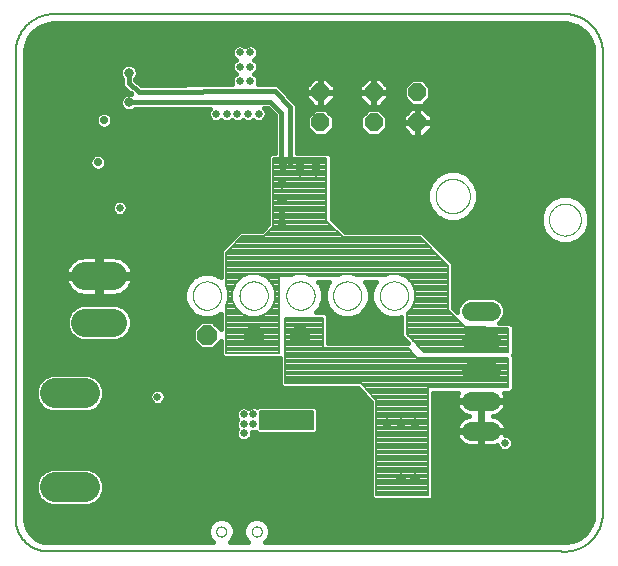
<source format=gbl>
G75*
%MOIN*%
%OFA0B0*%
%FSLAX25Y25*%
%IPPOS*%
%LPD*%
%AMOC8*
5,1,8,0,0,1.08239X$1,22.5*
%
%ADD10C,0.00600*%
%ADD11C,0.00000*%
%ADD12OC8,0.06600*%
%ADD13OC8,0.06000*%
%ADD14C,0.10000*%
%ADD15C,0.09449*%
%ADD16C,0.06496*%
%ADD17C,0.02500*%
%ADD18C,0.03365*%
%ADD19C,0.01600*%
%ADD20C,0.02578*%
%ADD21C,0.00800*%
%ADD22C,0.03169*%
%ADD23C,0.02775*%
D10*
X0024241Y0016761D02*
X0195894Y0016761D01*
X0209674Y0028572D02*
X0209674Y0184083D01*
X0209646Y0184397D01*
X0209610Y0184710D01*
X0209567Y0185022D01*
X0209516Y0185333D01*
X0209457Y0185642D01*
X0209391Y0185950D01*
X0209318Y0186256D01*
X0209236Y0186561D01*
X0209148Y0186863D01*
X0209052Y0187163D01*
X0208948Y0187460D01*
X0208838Y0187755D01*
X0208720Y0188047D01*
X0208595Y0188336D01*
X0208463Y0188622D01*
X0208324Y0188905D01*
X0208178Y0189184D01*
X0208025Y0189459D01*
X0207865Y0189731D01*
X0207699Y0189999D01*
X0207527Y0190262D01*
X0207348Y0190521D01*
X0207163Y0190776D01*
X0206971Y0191026D01*
X0206773Y0191271D01*
X0206570Y0191512D01*
X0206361Y0191747D01*
X0206145Y0191977D01*
X0205925Y0192202D01*
X0205699Y0192421D01*
X0205467Y0192635D01*
X0205231Y0192843D01*
X0204989Y0193045D01*
X0204742Y0193241D01*
X0204491Y0193431D01*
X0204235Y0193614D01*
X0203975Y0193792D01*
X0203711Y0193963D01*
X0203442Y0194127D01*
X0203169Y0194285D01*
X0202893Y0194436D01*
X0202613Y0194580D01*
X0202329Y0194717D01*
X0202043Y0194847D01*
X0201753Y0194971D01*
X0201460Y0195087D01*
X0201164Y0195195D01*
X0200866Y0195297D01*
X0200566Y0195391D01*
X0200263Y0195478D01*
X0199958Y0195557D01*
X0199651Y0195629D01*
X0199343Y0195693D01*
X0199033Y0195750D01*
X0198722Y0195799D01*
X0198410Y0195840D01*
X0198097Y0195874D01*
X0197783Y0195900D01*
X0197468Y0195918D01*
X0197154Y0195929D01*
X0196839Y0195932D01*
X0196524Y0195927D01*
X0196209Y0195915D01*
X0195895Y0195894D01*
X0195894Y0195894D02*
X0027784Y0195894D01*
X0027475Y0195914D01*
X0027165Y0195927D01*
X0026855Y0195932D01*
X0026545Y0195929D01*
X0026235Y0195920D01*
X0025925Y0195902D01*
X0025616Y0195877D01*
X0025308Y0195845D01*
X0025000Y0195805D01*
X0024694Y0195758D01*
X0024388Y0195703D01*
X0024084Y0195641D01*
X0023782Y0195572D01*
X0023482Y0195496D01*
X0023183Y0195412D01*
X0022887Y0195321D01*
X0022592Y0195223D01*
X0022301Y0195117D01*
X0022012Y0195005D01*
X0021725Y0194886D01*
X0021442Y0194760D01*
X0021162Y0194627D01*
X0020885Y0194487D01*
X0020611Y0194341D01*
X0020342Y0194188D01*
X0020075Y0194029D01*
X0019813Y0193863D01*
X0019555Y0193691D01*
X0019301Y0193513D01*
X0019052Y0193329D01*
X0018807Y0193139D01*
X0018567Y0192943D01*
X0018331Y0192741D01*
X0018101Y0192533D01*
X0017875Y0192321D01*
X0017655Y0192102D01*
X0017440Y0191879D01*
X0017231Y0191650D01*
X0017027Y0191416D01*
X0016829Y0191178D01*
X0016637Y0190934D01*
X0016450Y0190686D01*
X0016270Y0190434D01*
X0016096Y0190177D01*
X0015928Y0189917D01*
X0015766Y0189652D01*
X0015611Y0189383D01*
X0015463Y0189111D01*
X0015321Y0188836D01*
X0015185Y0188557D01*
X0015057Y0188274D01*
X0014935Y0187989D01*
X0014820Y0187701D01*
X0014713Y0187410D01*
X0014612Y0187117D01*
X0014519Y0186821D01*
X0014432Y0186523D01*
X0014353Y0186223D01*
X0014281Y0185922D01*
X0014217Y0185618D01*
X0014160Y0185314D01*
X0014110Y0185007D01*
X0014067Y0184700D01*
X0014032Y0184392D01*
X0014005Y0184083D01*
X0014005Y0028572D01*
X0014004Y0028571D02*
X0013988Y0028305D01*
X0013979Y0028038D01*
X0013976Y0027771D01*
X0013980Y0027504D01*
X0013990Y0027237D01*
X0014006Y0026970D01*
X0014029Y0026704D01*
X0014058Y0026439D01*
X0014094Y0026174D01*
X0014136Y0025910D01*
X0014184Y0025648D01*
X0014239Y0025386D01*
X0014300Y0025126D01*
X0014368Y0024868D01*
X0014441Y0024611D01*
X0014521Y0024356D01*
X0014607Y0024103D01*
X0014699Y0023853D01*
X0014797Y0023604D01*
X0014901Y0023358D01*
X0015011Y0023115D01*
X0015127Y0022874D01*
X0015248Y0022636D01*
X0015375Y0022401D01*
X0015508Y0022170D01*
X0015647Y0021941D01*
X0015791Y0021716D01*
X0015940Y0021495D01*
X0016094Y0021277D01*
X0016254Y0021063D01*
X0016419Y0020853D01*
X0016589Y0020647D01*
X0016764Y0020445D01*
X0016944Y0020248D01*
X0017128Y0020055D01*
X0017317Y0019866D01*
X0017511Y0019682D01*
X0017709Y0019503D01*
X0017911Y0019328D01*
X0018118Y0019159D01*
X0018328Y0018994D01*
X0018542Y0018835D01*
X0018761Y0018681D01*
X0018982Y0018532D01*
X0019208Y0018389D01*
X0019436Y0018251D01*
X0019668Y0018119D01*
X0019904Y0017992D01*
X0020142Y0017871D01*
X0020383Y0017756D01*
X0020626Y0017646D01*
X0020873Y0017543D01*
X0021121Y0017446D01*
X0021372Y0017354D01*
X0021625Y0017269D01*
X0021880Y0017190D01*
X0022137Y0017117D01*
X0022396Y0017050D01*
X0022656Y0016990D01*
X0022918Y0016935D01*
X0023180Y0016888D01*
X0023444Y0016846D01*
X0023709Y0016811D01*
X0023974Y0016782D01*
X0024241Y0016760D01*
X0095501Y0057706D02*
X0095501Y0063611D01*
X0113217Y0063611D01*
X0113217Y0057706D01*
X0095501Y0057706D01*
X0095501Y0057869D02*
X0113217Y0057869D01*
X0113217Y0058468D02*
X0095501Y0058468D01*
X0095501Y0059066D02*
X0113217Y0059066D01*
X0113217Y0059665D02*
X0095501Y0059665D01*
X0095501Y0060263D02*
X0113217Y0060263D01*
X0113217Y0060862D02*
X0095501Y0060862D01*
X0095501Y0061460D02*
X0113217Y0061460D01*
X0113217Y0062059D02*
X0095501Y0062059D01*
X0095501Y0062657D02*
X0113217Y0062657D01*
X0113217Y0063256D02*
X0095501Y0063256D01*
X0195895Y0016761D02*
X0196204Y0016741D01*
X0196514Y0016728D01*
X0196824Y0016723D01*
X0197134Y0016726D01*
X0197444Y0016735D01*
X0197754Y0016753D01*
X0198063Y0016778D01*
X0198371Y0016810D01*
X0198679Y0016850D01*
X0198985Y0016897D01*
X0199291Y0016952D01*
X0199595Y0017014D01*
X0199897Y0017083D01*
X0200197Y0017159D01*
X0200496Y0017243D01*
X0200792Y0017334D01*
X0201087Y0017432D01*
X0201378Y0017538D01*
X0201667Y0017650D01*
X0201954Y0017769D01*
X0202237Y0017895D01*
X0202517Y0018028D01*
X0202794Y0018168D01*
X0203068Y0018314D01*
X0203337Y0018467D01*
X0203604Y0018626D01*
X0203866Y0018792D01*
X0204124Y0018964D01*
X0204378Y0019142D01*
X0204627Y0019326D01*
X0204872Y0019516D01*
X0205112Y0019712D01*
X0205348Y0019914D01*
X0205578Y0020122D01*
X0205804Y0020334D01*
X0206024Y0020553D01*
X0206239Y0020776D01*
X0206448Y0021005D01*
X0206652Y0021239D01*
X0206850Y0021477D01*
X0207042Y0021721D01*
X0207229Y0021969D01*
X0207409Y0022221D01*
X0207583Y0022478D01*
X0207751Y0022738D01*
X0207913Y0023003D01*
X0208068Y0023272D01*
X0208216Y0023544D01*
X0208358Y0023819D01*
X0208494Y0024098D01*
X0208622Y0024381D01*
X0208744Y0024666D01*
X0208859Y0024954D01*
X0208966Y0025245D01*
X0209067Y0025538D01*
X0209160Y0025834D01*
X0209247Y0026132D01*
X0209326Y0026432D01*
X0209398Y0026733D01*
X0209462Y0027037D01*
X0209519Y0027341D01*
X0209569Y0027648D01*
X0209612Y0027955D01*
X0209647Y0028263D01*
X0209674Y0028572D01*
D11*
X0135363Y0102056D02*
X0135365Y0102193D01*
X0135371Y0102331D01*
X0135381Y0102468D01*
X0135395Y0102604D01*
X0135413Y0102741D01*
X0135435Y0102876D01*
X0135461Y0103011D01*
X0135490Y0103145D01*
X0135524Y0103279D01*
X0135561Y0103411D01*
X0135603Y0103542D01*
X0135648Y0103672D01*
X0135697Y0103800D01*
X0135749Y0103927D01*
X0135806Y0104052D01*
X0135865Y0104176D01*
X0135929Y0104298D01*
X0135996Y0104418D01*
X0136066Y0104536D01*
X0136140Y0104652D01*
X0136217Y0104766D01*
X0136298Y0104877D01*
X0136381Y0104986D01*
X0136468Y0105093D01*
X0136558Y0105196D01*
X0136651Y0105298D01*
X0136747Y0105396D01*
X0136845Y0105492D01*
X0136947Y0105585D01*
X0137050Y0105675D01*
X0137157Y0105762D01*
X0137266Y0105845D01*
X0137377Y0105926D01*
X0137491Y0106003D01*
X0137607Y0106077D01*
X0137725Y0106147D01*
X0137845Y0106214D01*
X0137967Y0106278D01*
X0138091Y0106337D01*
X0138216Y0106394D01*
X0138343Y0106446D01*
X0138471Y0106495D01*
X0138601Y0106540D01*
X0138732Y0106582D01*
X0138864Y0106619D01*
X0138998Y0106653D01*
X0139132Y0106682D01*
X0139267Y0106708D01*
X0139402Y0106730D01*
X0139539Y0106748D01*
X0139675Y0106762D01*
X0139812Y0106772D01*
X0139950Y0106778D01*
X0140087Y0106780D01*
X0140224Y0106778D01*
X0140362Y0106772D01*
X0140499Y0106762D01*
X0140635Y0106748D01*
X0140772Y0106730D01*
X0140907Y0106708D01*
X0141042Y0106682D01*
X0141176Y0106653D01*
X0141310Y0106619D01*
X0141442Y0106582D01*
X0141573Y0106540D01*
X0141703Y0106495D01*
X0141831Y0106446D01*
X0141958Y0106394D01*
X0142083Y0106337D01*
X0142207Y0106278D01*
X0142329Y0106214D01*
X0142449Y0106147D01*
X0142567Y0106077D01*
X0142683Y0106003D01*
X0142797Y0105926D01*
X0142908Y0105845D01*
X0143017Y0105762D01*
X0143124Y0105675D01*
X0143227Y0105585D01*
X0143329Y0105492D01*
X0143427Y0105396D01*
X0143523Y0105298D01*
X0143616Y0105196D01*
X0143706Y0105093D01*
X0143793Y0104986D01*
X0143876Y0104877D01*
X0143957Y0104766D01*
X0144034Y0104652D01*
X0144108Y0104536D01*
X0144178Y0104418D01*
X0144245Y0104298D01*
X0144309Y0104176D01*
X0144368Y0104052D01*
X0144425Y0103927D01*
X0144477Y0103800D01*
X0144526Y0103672D01*
X0144571Y0103542D01*
X0144613Y0103411D01*
X0144650Y0103279D01*
X0144684Y0103145D01*
X0144713Y0103011D01*
X0144739Y0102876D01*
X0144761Y0102741D01*
X0144779Y0102604D01*
X0144793Y0102468D01*
X0144803Y0102331D01*
X0144809Y0102193D01*
X0144811Y0102056D01*
X0144809Y0101919D01*
X0144803Y0101781D01*
X0144793Y0101644D01*
X0144779Y0101508D01*
X0144761Y0101371D01*
X0144739Y0101236D01*
X0144713Y0101101D01*
X0144684Y0100967D01*
X0144650Y0100833D01*
X0144613Y0100701D01*
X0144571Y0100570D01*
X0144526Y0100440D01*
X0144477Y0100312D01*
X0144425Y0100185D01*
X0144368Y0100060D01*
X0144309Y0099936D01*
X0144245Y0099814D01*
X0144178Y0099694D01*
X0144108Y0099576D01*
X0144034Y0099460D01*
X0143957Y0099346D01*
X0143876Y0099235D01*
X0143793Y0099126D01*
X0143706Y0099019D01*
X0143616Y0098916D01*
X0143523Y0098814D01*
X0143427Y0098716D01*
X0143329Y0098620D01*
X0143227Y0098527D01*
X0143124Y0098437D01*
X0143017Y0098350D01*
X0142908Y0098267D01*
X0142797Y0098186D01*
X0142683Y0098109D01*
X0142567Y0098035D01*
X0142449Y0097965D01*
X0142329Y0097898D01*
X0142207Y0097834D01*
X0142083Y0097775D01*
X0141958Y0097718D01*
X0141831Y0097666D01*
X0141703Y0097617D01*
X0141573Y0097572D01*
X0141442Y0097530D01*
X0141310Y0097493D01*
X0141176Y0097459D01*
X0141042Y0097430D01*
X0140907Y0097404D01*
X0140772Y0097382D01*
X0140635Y0097364D01*
X0140499Y0097350D01*
X0140362Y0097340D01*
X0140224Y0097334D01*
X0140087Y0097332D01*
X0139950Y0097334D01*
X0139812Y0097340D01*
X0139675Y0097350D01*
X0139539Y0097364D01*
X0139402Y0097382D01*
X0139267Y0097404D01*
X0139132Y0097430D01*
X0138998Y0097459D01*
X0138864Y0097493D01*
X0138732Y0097530D01*
X0138601Y0097572D01*
X0138471Y0097617D01*
X0138343Y0097666D01*
X0138216Y0097718D01*
X0138091Y0097775D01*
X0137967Y0097834D01*
X0137845Y0097898D01*
X0137725Y0097965D01*
X0137607Y0098035D01*
X0137491Y0098109D01*
X0137377Y0098186D01*
X0137266Y0098267D01*
X0137157Y0098350D01*
X0137050Y0098437D01*
X0136947Y0098527D01*
X0136845Y0098620D01*
X0136747Y0098716D01*
X0136651Y0098814D01*
X0136558Y0098916D01*
X0136468Y0099019D01*
X0136381Y0099126D01*
X0136298Y0099235D01*
X0136217Y0099346D01*
X0136140Y0099460D01*
X0136066Y0099576D01*
X0135996Y0099694D01*
X0135929Y0099814D01*
X0135865Y0099936D01*
X0135806Y0100060D01*
X0135749Y0100185D01*
X0135697Y0100312D01*
X0135648Y0100440D01*
X0135603Y0100570D01*
X0135561Y0100701D01*
X0135524Y0100833D01*
X0135490Y0100967D01*
X0135461Y0101101D01*
X0135435Y0101236D01*
X0135413Y0101371D01*
X0135395Y0101508D01*
X0135381Y0101644D01*
X0135371Y0101781D01*
X0135365Y0101919D01*
X0135363Y0102056D01*
X0119773Y0102056D02*
X0119775Y0102193D01*
X0119781Y0102331D01*
X0119791Y0102468D01*
X0119805Y0102604D01*
X0119823Y0102741D01*
X0119845Y0102876D01*
X0119871Y0103011D01*
X0119900Y0103145D01*
X0119934Y0103279D01*
X0119971Y0103411D01*
X0120013Y0103542D01*
X0120058Y0103672D01*
X0120107Y0103800D01*
X0120159Y0103927D01*
X0120216Y0104052D01*
X0120275Y0104176D01*
X0120339Y0104298D01*
X0120406Y0104418D01*
X0120476Y0104536D01*
X0120550Y0104652D01*
X0120627Y0104766D01*
X0120708Y0104877D01*
X0120791Y0104986D01*
X0120878Y0105093D01*
X0120968Y0105196D01*
X0121061Y0105298D01*
X0121157Y0105396D01*
X0121255Y0105492D01*
X0121357Y0105585D01*
X0121460Y0105675D01*
X0121567Y0105762D01*
X0121676Y0105845D01*
X0121787Y0105926D01*
X0121901Y0106003D01*
X0122017Y0106077D01*
X0122135Y0106147D01*
X0122255Y0106214D01*
X0122377Y0106278D01*
X0122501Y0106337D01*
X0122626Y0106394D01*
X0122753Y0106446D01*
X0122881Y0106495D01*
X0123011Y0106540D01*
X0123142Y0106582D01*
X0123274Y0106619D01*
X0123408Y0106653D01*
X0123542Y0106682D01*
X0123677Y0106708D01*
X0123812Y0106730D01*
X0123949Y0106748D01*
X0124085Y0106762D01*
X0124222Y0106772D01*
X0124360Y0106778D01*
X0124497Y0106780D01*
X0124634Y0106778D01*
X0124772Y0106772D01*
X0124909Y0106762D01*
X0125045Y0106748D01*
X0125182Y0106730D01*
X0125317Y0106708D01*
X0125452Y0106682D01*
X0125586Y0106653D01*
X0125720Y0106619D01*
X0125852Y0106582D01*
X0125983Y0106540D01*
X0126113Y0106495D01*
X0126241Y0106446D01*
X0126368Y0106394D01*
X0126493Y0106337D01*
X0126617Y0106278D01*
X0126739Y0106214D01*
X0126859Y0106147D01*
X0126977Y0106077D01*
X0127093Y0106003D01*
X0127207Y0105926D01*
X0127318Y0105845D01*
X0127427Y0105762D01*
X0127534Y0105675D01*
X0127637Y0105585D01*
X0127739Y0105492D01*
X0127837Y0105396D01*
X0127933Y0105298D01*
X0128026Y0105196D01*
X0128116Y0105093D01*
X0128203Y0104986D01*
X0128286Y0104877D01*
X0128367Y0104766D01*
X0128444Y0104652D01*
X0128518Y0104536D01*
X0128588Y0104418D01*
X0128655Y0104298D01*
X0128719Y0104176D01*
X0128778Y0104052D01*
X0128835Y0103927D01*
X0128887Y0103800D01*
X0128936Y0103672D01*
X0128981Y0103542D01*
X0129023Y0103411D01*
X0129060Y0103279D01*
X0129094Y0103145D01*
X0129123Y0103011D01*
X0129149Y0102876D01*
X0129171Y0102741D01*
X0129189Y0102604D01*
X0129203Y0102468D01*
X0129213Y0102331D01*
X0129219Y0102193D01*
X0129221Y0102056D01*
X0129219Y0101919D01*
X0129213Y0101781D01*
X0129203Y0101644D01*
X0129189Y0101508D01*
X0129171Y0101371D01*
X0129149Y0101236D01*
X0129123Y0101101D01*
X0129094Y0100967D01*
X0129060Y0100833D01*
X0129023Y0100701D01*
X0128981Y0100570D01*
X0128936Y0100440D01*
X0128887Y0100312D01*
X0128835Y0100185D01*
X0128778Y0100060D01*
X0128719Y0099936D01*
X0128655Y0099814D01*
X0128588Y0099694D01*
X0128518Y0099576D01*
X0128444Y0099460D01*
X0128367Y0099346D01*
X0128286Y0099235D01*
X0128203Y0099126D01*
X0128116Y0099019D01*
X0128026Y0098916D01*
X0127933Y0098814D01*
X0127837Y0098716D01*
X0127739Y0098620D01*
X0127637Y0098527D01*
X0127534Y0098437D01*
X0127427Y0098350D01*
X0127318Y0098267D01*
X0127207Y0098186D01*
X0127093Y0098109D01*
X0126977Y0098035D01*
X0126859Y0097965D01*
X0126739Y0097898D01*
X0126617Y0097834D01*
X0126493Y0097775D01*
X0126368Y0097718D01*
X0126241Y0097666D01*
X0126113Y0097617D01*
X0125983Y0097572D01*
X0125852Y0097530D01*
X0125720Y0097493D01*
X0125586Y0097459D01*
X0125452Y0097430D01*
X0125317Y0097404D01*
X0125182Y0097382D01*
X0125045Y0097364D01*
X0124909Y0097350D01*
X0124772Y0097340D01*
X0124634Y0097334D01*
X0124497Y0097332D01*
X0124360Y0097334D01*
X0124222Y0097340D01*
X0124085Y0097350D01*
X0123949Y0097364D01*
X0123812Y0097382D01*
X0123677Y0097404D01*
X0123542Y0097430D01*
X0123408Y0097459D01*
X0123274Y0097493D01*
X0123142Y0097530D01*
X0123011Y0097572D01*
X0122881Y0097617D01*
X0122753Y0097666D01*
X0122626Y0097718D01*
X0122501Y0097775D01*
X0122377Y0097834D01*
X0122255Y0097898D01*
X0122135Y0097965D01*
X0122017Y0098035D01*
X0121901Y0098109D01*
X0121787Y0098186D01*
X0121676Y0098267D01*
X0121567Y0098350D01*
X0121460Y0098437D01*
X0121357Y0098527D01*
X0121255Y0098620D01*
X0121157Y0098716D01*
X0121061Y0098814D01*
X0120968Y0098916D01*
X0120878Y0099019D01*
X0120791Y0099126D01*
X0120708Y0099235D01*
X0120627Y0099346D01*
X0120550Y0099460D01*
X0120476Y0099576D01*
X0120406Y0099694D01*
X0120339Y0099814D01*
X0120275Y0099936D01*
X0120216Y0100060D01*
X0120159Y0100185D01*
X0120107Y0100312D01*
X0120058Y0100440D01*
X0120013Y0100570D01*
X0119971Y0100701D01*
X0119934Y0100833D01*
X0119900Y0100967D01*
X0119871Y0101101D01*
X0119845Y0101236D01*
X0119823Y0101371D01*
X0119805Y0101508D01*
X0119791Y0101644D01*
X0119781Y0101781D01*
X0119775Y0101919D01*
X0119773Y0102056D01*
X0104182Y0102056D02*
X0104184Y0102193D01*
X0104190Y0102331D01*
X0104200Y0102468D01*
X0104214Y0102604D01*
X0104232Y0102741D01*
X0104254Y0102876D01*
X0104280Y0103011D01*
X0104309Y0103145D01*
X0104343Y0103279D01*
X0104380Y0103411D01*
X0104422Y0103542D01*
X0104467Y0103672D01*
X0104516Y0103800D01*
X0104568Y0103927D01*
X0104625Y0104052D01*
X0104684Y0104176D01*
X0104748Y0104298D01*
X0104815Y0104418D01*
X0104885Y0104536D01*
X0104959Y0104652D01*
X0105036Y0104766D01*
X0105117Y0104877D01*
X0105200Y0104986D01*
X0105287Y0105093D01*
X0105377Y0105196D01*
X0105470Y0105298D01*
X0105566Y0105396D01*
X0105664Y0105492D01*
X0105766Y0105585D01*
X0105869Y0105675D01*
X0105976Y0105762D01*
X0106085Y0105845D01*
X0106196Y0105926D01*
X0106310Y0106003D01*
X0106426Y0106077D01*
X0106544Y0106147D01*
X0106664Y0106214D01*
X0106786Y0106278D01*
X0106910Y0106337D01*
X0107035Y0106394D01*
X0107162Y0106446D01*
X0107290Y0106495D01*
X0107420Y0106540D01*
X0107551Y0106582D01*
X0107683Y0106619D01*
X0107817Y0106653D01*
X0107951Y0106682D01*
X0108086Y0106708D01*
X0108221Y0106730D01*
X0108358Y0106748D01*
X0108494Y0106762D01*
X0108631Y0106772D01*
X0108769Y0106778D01*
X0108906Y0106780D01*
X0109043Y0106778D01*
X0109181Y0106772D01*
X0109318Y0106762D01*
X0109454Y0106748D01*
X0109591Y0106730D01*
X0109726Y0106708D01*
X0109861Y0106682D01*
X0109995Y0106653D01*
X0110129Y0106619D01*
X0110261Y0106582D01*
X0110392Y0106540D01*
X0110522Y0106495D01*
X0110650Y0106446D01*
X0110777Y0106394D01*
X0110902Y0106337D01*
X0111026Y0106278D01*
X0111148Y0106214D01*
X0111268Y0106147D01*
X0111386Y0106077D01*
X0111502Y0106003D01*
X0111616Y0105926D01*
X0111727Y0105845D01*
X0111836Y0105762D01*
X0111943Y0105675D01*
X0112046Y0105585D01*
X0112148Y0105492D01*
X0112246Y0105396D01*
X0112342Y0105298D01*
X0112435Y0105196D01*
X0112525Y0105093D01*
X0112612Y0104986D01*
X0112695Y0104877D01*
X0112776Y0104766D01*
X0112853Y0104652D01*
X0112927Y0104536D01*
X0112997Y0104418D01*
X0113064Y0104298D01*
X0113128Y0104176D01*
X0113187Y0104052D01*
X0113244Y0103927D01*
X0113296Y0103800D01*
X0113345Y0103672D01*
X0113390Y0103542D01*
X0113432Y0103411D01*
X0113469Y0103279D01*
X0113503Y0103145D01*
X0113532Y0103011D01*
X0113558Y0102876D01*
X0113580Y0102741D01*
X0113598Y0102604D01*
X0113612Y0102468D01*
X0113622Y0102331D01*
X0113628Y0102193D01*
X0113630Y0102056D01*
X0113628Y0101919D01*
X0113622Y0101781D01*
X0113612Y0101644D01*
X0113598Y0101508D01*
X0113580Y0101371D01*
X0113558Y0101236D01*
X0113532Y0101101D01*
X0113503Y0100967D01*
X0113469Y0100833D01*
X0113432Y0100701D01*
X0113390Y0100570D01*
X0113345Y0100440D01*
X0113296Y0100312D01*
X0113244Y0100185D01*
X0113187Y0100060D01*
X0113128Y0099936D01*
X0113064Y0099814D01*
X0112997Y0099694D01*
X0112927Y0099576D01*
X0112853Y0099460D01*
X0112776Y0099346D01*
X0112695Y0099235D01*
X0112612Y0099126D01*
X0112525Y0099019D01*
X0112435Y0098916D01*
X0112342Y0098814D01*
X0112246Y0098716D01*
X0112148Y0098620D01*
X0112046Y0098527D01*
X0111943Y0098437D01*
X0111836Y0098350D01*
X0111727Y0098267D01*
X0111616Y0098186D01*
X0111502Y0098109D01*
X0111386Y0098035D01*
X0111268Y0097965D01*
X0111148Y0097898D01*
X0111026Y0097834D01*
X0110902Y0097775D01*
X0110777Y0097718D01*
X0110650Y0097666D01*
X0110522Y0097617D01*
X0110392Y0097572D01*
X0110261Y0097530D01*
X0110129Y0097493D01*
X0109995Y0097459D01*
X0109861Y0097430D01*
X0109726Y0097404D01*
X0109591Y0097382D01*
X0109454Y0097364D01*
X0109318Y0097350D01*
X0109181Y0097340D01*
X0109043Y0097334D01*
X0108906Y0097332D01*
X0108769Y0097334D01*
X0108631Y0097340D01*
X0108494Y0097350D01*
X0108358Y0097364D01*
X0108221Y0097382D01*
X0108086Y0097404D01*
X0107951Y0097430D01*
X0107817Y0097459D01*
X0107683Y0097493D01*
X0107551Y0097530D01*
X0107420Y0097572D01*
X0107290Y0097617D01*
X0107162Y0097666D01*
X0107035Y0097718D01*
X0106910Y0097775D01*
X0106786Y0097834D01*
X0106664Y0097898D01*
X0106544Y0097965D01*
X0106426Y0098035D01*
X0106310Y0098109D01*
X0106196Y0098186D01*
X0106085Y0098267D01*
X0105976Y0098350D01*
X0105869Y0098437D01*
X0105766Y0098527D01*
X0105664Y0098620D01*
X0105566Y0098716D01*
X0105470Y0098814D01*
X0105377Y0098916D01*
X0105287Y0099019D01*
X0105200Y0099126D01*
X0105117Y0099235D01*
X0105036Y0099346D01*
X0104959Y0099460D01*
X0104885Y0099576D01*
X0104815Y0099694D01*
X0104748Y0099814D01*
X0104684Y0099936D01*
X0104625Y0100060D01*
X0104568Y0100185D01*
X0104516Y0100312D01*
X0104467Y0100440D01*
X0104422Y0100570D01*
X0104380Y0100701D01*
X0104343Y0100833D01*
X0104309Y0100967D01*
X0104280Y0101101D01*
X0104254Y0101236D01*
X0104232Y0101371D01*
X0104214Y0101508D01*
X0104200Y0101644D01*
X0104190Y0101781D01*
X0104184Y0101919D01*
X0104182Y0102056D01*
X0088592Y0102056D02*
X0088594Y0102193D01*
X0088600Y0102331D01*
X0088610Y0102468D01*
X0088624Y0102604D01*
X0088642Y0102741D01*
X0088664Y0102876D01*
X0088690Y0103011D01*
X0088719Y0103145D01*
X0088753Y0103279D01*
X0088790Y0103411D01*
X0088832Y0103542D01*
X0088877Y0103672D01*
X0088926Y0103800D01*
X0088978Y0103927D01*
X0089035Y0104052D01*
X0089094Y0104176D01*
X0089158Y0104298D01*
X0089225Y0104418D01*
X0089295Y0104536D01*
X0089369Y0104652D01*
X0089446Y0104766D01*
X0089527Y0104877D01*
X0089610Y0104986D01*
X0089697Y0105093D01*
X0089787Y0105196D01*
X0089880Y0105298D01*
X0089976Y0105396D01*
X0090074Y0105492D01*
X0090176Y0105585D01*
X0090279Y0105675D01*
X0090386Y0105762D01*
X0090495Y0105845D01*
X0090606Y0105926D01*
X0090720Y0106003D01*
X0090836Y0106077D01*
X0090954Y0106147D01*
X0091074Y0106214D01*
X0091196Y0106278D01*
X0091320Y0106337D01*
X0091445Y0106394D01*
X0091572Y0106446D01*
X0091700Y0106495D01*
X0091830Y0106540D01*
X0091961Y0106582D01*
X0092093Y0106619D01*
X0092227Y0106653D01*
X0092361Y0106682D01*
X0092496Y0106708D01*
X0092631Y0106730D01*
X0092768Y0106748D01*
X0092904Y0106762D01*
X0093041Y0106772D01*
X0093179Y0106778D01*
X0093316Y0106780D01*
X0093453Y0106778D01*
X0093591Y0106772D01*
X0093728Y0106762D01*
X0093864Y0106748D01*
X0094001Y0106730D01*
X0094136Y0106708D01*
X0094271Y0106682D01*
X0094405Y0106653D01*
X0094539Y0106619D01*
X0094671Y0106582D01*
X0094802Y0106540D01*
X0094932Y0106495D01*
X0095060Y0106446D01*
X0095187Y0106394D01*
X0095312Y0106337D01*
X0095436Y0106278D01*
X0095558Y0106214D01*
X0095678Y0106147D01*
X0095796Y0106077D01*
X0095912Y0106003D01*
X0096026Y0105926D01*
X0096137Y0105845D01*
X0096246Y0105762D01*
X0096353Y0105675D01*
X0096456Y0105585D01*
X0096558Y0105492D01*
X0096656Y0105396D01*
X0096752Y0105298D01*
X0096845Y0105196D01*
X0096935Y0105093D01*
X0097022Y0104986D01*
X0097105Y0104877D01*
X0097186Y0104766D01*
X0097263Y0104652D01*
X0097337Y0104536D01*
X0097407Y0104418D01*
X0097474Y0104298D01*
X0097538Y0104176D01*
X0097597Y0104052D01*
X0097654Y0103927D01*
X0097706Y0103800D01*
X0097755Y0103672D01*
X0097800Y0103542D01*
X0097842Y0103411D01*
X0097879Y0103279D01*
X0097913Y0103145D01*
X0097942Y0103011D01*
X0097968Y0102876D01*
X0097990Y0102741D01*
X0098008Y0102604D01*
X0098022Y0102468D01*
X0098032Y0102331D01*
X0098038Y0102193D01*
X0098040Y0102056D01*
X0098038Y0101919D01*
X0098032Y0101781D01*
X0098022Y0101644D01*
X0098008Y0101508D01*
X0097990Y0101371D01*
X0097968Y0101236D01*
X0097942Y0101101D01*
X0097913Y0100967D01*
X0097879Y0100833D01*
X0097842Y0100701D01*
X0097800Y0100570D01*
X0097755Y0100440D01*
X0097706Y0100312D01*
X0097654Y0100185D01*
X0097597Y0100060D01*
X0097538Y0099936D01*
X0097474Y0099814D01*
X0097407Y0099694D01*
X0097337Y0099576D01*
X0097263Y0099460D01*
X0097186Y0099346D01*
X0097105Y0099235D01*
X0097022Y0099126D01*
X0096935Y0099019D01*
X0096845Y0098916D01*
X0096752Y0098814D01*
X0096656Y0098716D01*
X0096558Y0098620D01*
X0096456Y0098527D01*
X0096353Y0098437D01*
X0096246Y0098350D01*
X0096137Y0098267D01*
X0096026Y0098186D01*
X0095912Y0098109D01*
X0095796Y0098035D01*
X0095678Y0097965D01*
X0095558Y0097898D01*
X0095436Y0097834D01*
X0095312Y0097775D01*
X0095187Y0097718D01*
X0095060Y0097666D01*
X0094932Y0097617D01*
X0094802Y0097572D01*
X0094671Y0097530D01*
X0094539Y0097493D01*
X0094405Y0097459D01*
X0094271Y0097430D01*
X0094136Y0097404D01*
X0094001Y0097382D01*
X0093864Y0097364D01*
X0093728Y0097350D01*
X0093591Y0097340D01*
X0093453Y0097334D01*
X0093316Y0097332D01*
X0093179Y0097334D01*
X0093041Y0097340D01*
X0092904Y0097350D01*
X0092768Y0097364D01*
X0092631Y0097382D01*
X0092496Y0097404D01*
X0092361Y0097430D01*
X0092227Y0097459D01*
X0092093Y0097493D01*
X0091961Y0097530D01*
X0091830Y0097572D01*
X0091700Y0097617D01*
X0091572Y0097666D01*
X0091445Y0097718D01*
X0091320Y0097775D01*
X0091196Y0097834D01*
X0091074Y0097898D01*
X0090954Y0097965D01*
X0090836Y0098035D01*
X0090720Y0098109D01*
X0090606Y0098186D01*
X0090495Y0098267D01*
X0090386Y0098350D01*
X0090279Y0098437D01*
X0090176Y0098527D01*
X0090074Y0098620D01*
X0089976Y0098716D01*
X0089880Y0098814D01*
X0089787Y0098916D01*
X0089697Y0099019D01*
X0089610Y0099126D01*
X0089527Y0099235D01*
X0089446Y0099346D01*
X0089369Y0099460D01*
X0089295Y0099576D01*
X0089225Y0099694D01*
X0089158Y0099814D01*
X0089094Y0099936D01*
X0089035Y0100060D01*
X0088978Y0100185D01*
X0088926Y0100312D01*
X0088877Y0100440D01*
X0088832Y0100570D01*
X0088790Y0100701D01*
X0088753Y0100833D01*
X0088719Y0100967D01*
X0088690Y0101101D01*
X0088664Y0101236D01*
X0088642Y0101371D01*
X0088624Y0101508D01*
X0088610Y0101644D01*
X0088600Y0101781D01*
X0088594Y0101919D01*
X0088592Y0102056D01*
X0073001Y0102056D02*
X0073003Y0102193D01*
X0073009Y0102331D01*
X0073019Y0102468D01*
X0073033Y0102604D01*
X0073051Y0102741D01*
X0073073Y0102876D01*
X0073099Y0103011D01*
X0073128Y0103145D01*
X0073162Y0103279D01*
X0073199Y0103411D01*
X0073241Y0103542D01*
X0073286Y0103672D01*
X0073335Y0103800D01*
X0073387Y0103927D01*
X0073444Y0104052D01*
X0073503Y0104176D01*
X0073567Y0104298D01*
X0073634Y0104418D01*
X0073704Y0104536D01*
X0073778Y0104652D01*
X0073855Y0104766D01*
X0073936Y0104877D01*
X0074019Y0104986D01*
X0074106Y0105093D01*
X0074196Y0105196D01*
X0074289Y0105298D01*
X0074385Y0105396D01*
X0074483Y0105492D01*
X0074585Y0105585D01*
X0074688Y0105675D01*
X0074795Y0105762D01*
X0074904Y0105845D01*
X0075015Y0105926D01*
X0075129Y0106003D01*
X0075245Y0106077D01*
X0075363Y0106147D01*
X0075483Y0106214D01*
X0075605Y0106278D01*
X0075729Y0106337D01*
X0075854Y0106394D01*
X0075981Y0106446D01*
X0076109Y0106495D01*
X0076239Y0106540D01*
X0076370Y0106582D01*
X0076502Y0106619D01*
X0076636Y0106653D01*
X0076770Y0106682D01*
X0076905Y0106708D01*
X0077040Y0106730D01*
X0077177Y0106748D01*
X0077313Y0106762D01*
X0077450Y0106772D01*
X0077588Y0106778D01*
X0077725Y0106780D01*
X0077862Y0106778D01*
X0078000Y0106772D01*
X0078137Y0106762D01*
X0078273Y0106748D01*
X0078410Y0106730D01*
X0078545Y0106708D01*
X0078680Y0106682D01*
X0078814Y0106653D01*
X0078948Y0106619D01*
X0079080Y0106582D01*
X0079211Y0106540D01*
X0079341Y0106495D01*
X0079469Y0106446D01*
X0079596Y0106394D01*
X0079721Y0106337D01*
X0079845Y0106278D01*
X0079967Y0106214D01*
X0080087Y0106147D01*
X0080205Y0106077D01*
X0080321Y0106003D01*
X0080435Y0105926D01*
X0080546Y0105845D01*
X0080655Y0105762D01*
X0080762Y0105675D01*
X0080865Y0105585D01*
X0080967Y0105492D01*
X0081065Y0105396D01*
X0081161Y0105298D01*
X0081254Y0105196D01*
X0081344Y0105093D01*
X0081431Y0104986D01*
X0081514Y0104877D01*
X0081595Y0104766D01*
X0081672Y0104652D01*
X0081746Y0104536D01*
X0081816Y0104418D01*
X0081883Y0104298D01*
X0081947Y0104176D01*
X0082006Y0104052D01*
X0082063Y0103927D01*
X0082115Y0103800D01*
X0082164Y0103672D01*
X0082209Y0103542D01*
X0082251Y0103411D01*
X0082288Y0103279D01*
X0082322Y0103145D01*
X0082351Y0103011D01*
X0082377Y0102876D01*
X0082399Y0102741D01*
X0082417Y0102604D01*
X0082431Y0102468D01*
X0082441Y0102331D01*
X0082447Y0102193D01*
X0082449Y0102056D01*
X0082447Y0101919D01*
X0082441Y0101781D01*
X0082431Y0101644D01*
X0082417Y0101508D01*
X0082399Y0101371D01*
X0082377Y0101236D01*
X0082351Y0101101D01*
X0082322Y0100967D01*
X0082288Y0100833D01*
X0082251Y0100701D01*
X0082209Y0100570D01*
X0082164Y0100440D01*
X0082115Y0100312D01*
X0082063Y0100185D01*
X0082006Y0100060D01*
X0081947Y0099936D01*
X0081883Y0099814D01*
X0081816Y0099694D01*
X0081746Y0099576D01*
X0081672Y0099460D01*
X0081595Y0099346D01*
X0081514Y0099235D01*
X0081431Y0099126D01*
X0081344Y0099019D01*
X0081254Y0098916D01*
X0081161Y0098814D01*
X0081065Y0098716D01*
X0080967Y0098620D01*
X0080865Y0098527D01*
X0080762Y0098437D01*
X0080655Y0098350D01*
X0080546Y0098267D01*
X0080435Y0098186D01*
X0080321Y0098109D01*
X0080205Y0098035D01*
X0080087Y0097965D01*
X0079967Y0097898D01*
X0079845Y0097834D01*
X0079721Y0097775D01*
X0079596Y0097718D01*
X0079469Y0097666D01*
X0079341Y0097617D01*
X0079211Y0097572D01*
X0079080Y0097530D01*
X0078948Y0097493D01*
X0078814Y0097459D01*
X0078680Y0097430D01*
X0078545Y0097404D01*
X0078410Y0097382D01*
X0078273Y0097364D01*
X0078137Y0097350D01*
X0078000Y0097340D01*
X0077862Y0097334D01*
X0077725Y0097332D01*
X0077588Y0097334D01*
X0077450Y0097340D01*
X0077313Y0097350D01*
X0077177Y0097364D01*
X0077040Y0097382D01*
X0076905Y0097404D01*
X0076770Y0097430D01*
X0076636Y0097459D01*
X0076502Y0097493D01*
X0076370Y0097530D01*
X0076239Y0097572D01*
X0076109Y0097617D01*
X0075981Y0097666D01*
X0075854Y0097718D01*
X0075729Y0097775D01*
X0075605Y0097834D01*
X0075483Y0097898D01*
X0075363Y0097965D01*
X0075245Y0098035D01*
X0075129Y0098109D01*
X0075015Y0098186D01*
X0074904Y0098267D01*
X0074795Y0098350D01*
X0074688Y0098437D01*
X0074585Y0098527D01*
X0074483Y0098620D01*
X0074385Y0098716D01*
X0074289Y0098814D01*
X0074196Y0098916D01*
X0074106Y0099019D01*
X0074019Y0099126D01*
X0073936Y0099235D01*
X0073855Y0099346D01*
X0073778Y0099460D01*
X0073704Y0099576D01*
X0073634Y0099694D01*
X0073567Y0099814D01*
X0073503Y0099936D01*
X0073444Y0100060D01*
X0073387Y0100185D01*
X0073335Y0100312D01*
X0073286Y0100440D01*
X0073241Y0100570D01*
X0073199Y0100701D01*
X0073162Y0100833D01*
X0073128Y0100967D01*
X0073099Y0101101D01*
X0073073Y0101236D01*
X0073051Y0101371D01*
X0073033Y0101508D01*
X0073019Y0101644D01*
X0073009Y0101781D01*
X0073003Y0101919D01*
X0073001Y0102056D01*
X0080836Y0023422D02*
X0080838Y0023503D01*
X0080844Y0023585D01*
X0080854Y0023666D01*
X0080868Y0023746D01*
X0080885Y0023825D01*
X0080907Y0023904D01*
X0080932Y0023981D01*
X0080961Y0024058D01*
X0080994Y0024132D01*
X0081031Y0024205D01*
X0081070Y0024276D01*
X0081114Y0024345D01*
X0081160Y0024412D01*
X0081210Y0024476D01*
X0081263Y0024538D01*
X0081319Y0024598D01*
X0081377Y0024654D01*
X0081439Y0024708D01*
X0081503Y0024759D01*
X0081569Y0024806D01*
X0081637Y0024850D01*
X0081708Y0024891D01*
X0081780Y0024928D01*
X0081855Y0024962D01*
X0081930Y0024992D01*
X0082008Y0025018D01*
X0082086Y0025041D01*
X0082165Y0025059D01*
X0082245Y0025074D01*
X0082326Y0025085D01*
X0082407Y0025092D01*
X0082489Y0025095D01*
X0082570Y0025094D01*
X0082651Y0025089D01*
X0082732Y0025080D01*
X0082813Y0025067D01*
X0082893Y0025050D01*
X0082971Y0025030D01*
X0083049Y0025005D01*
X0083126Y0024977D01*
X0083201Y0024945D01*
X0083274Y0024910D01*
X0083345Y0024871D01*
X0083415Y0024828D01*
X0083482Y0024783D01*
X0083548Y0024734D01*
X0083610Y0024682D01*
X0083670Y0024626D01*
X0083727Y0024568D01*
X0083782Y0024508D01*
X0083833Y0024444D01*
X0083881Y0024379D01*
X0083926Y0024311D01*
X0083968Y0024241D01*
X0084006Y0024169D01*
X0084041Y0024095D01*
X0084072Y0024020D01*
X0084099Y0023943D01*
X0084122Y0023865D01*
X0084142Y0023786D01*
X0084158Y0023706D01*
X0084170Y0023625D01*
X0084178Y0023544D01*
X0084182Y0023463D01*
X0084182Y0023381D01*
X0084178Y0023300D01*
X0084170Y0023219D01*
X0084158Y0023138D01*
X0084142Y0023058D01*
X0084122Y0022979D01*
X0084099Y0022901D01*
X0084072Y0022824D01*
X0084041Y0022749D01*
X0084006Y0022675D01*
X0083968Y0022603D01*
X0083926Y0022533D01*
X0083881Y0022465D01*
X0083833Y0022400D01*
X0083782Y0022336D01*
X0083727Y0022276D01*
X0083670Y0022218D01*
X0083610Y0022162D01*
X0083548Y0022110D01*
X0083482Y0022061D01*
X0083415Y0022016D01*
X0083346Y0021973D01*
X0083274Y0021934D01*
X0083201Y0021899D01*
X0083126Y0021867D01*
X0083049Y0021839D01*
X0082971Y0021814D01*
X0082893Y0021794D01*
X0082813Y0021777D01*
X0082732Y0021764D01*
X0082651Y0021755D01*
X0082570Y0021750D01*
X0082489Y0021749D01*
X0082407Y0021752D01*
X0082326Y0021759D01*
X0082245Y0021770D01*
X0082165Y0021785D01*
X0082086Y0021803D01*
X0082008Y0021826D01*
X0081930Y0021852D01*
X0081855Y0021882D01*
X0081780Y0021916D01*
X0081708Y0021953D01*
X0081637Y0021994D01*
X0081569Y0022038D01*
X0081503Y0022085D01*
X0081439Y0022136D01*
X0081377Y0022190D01*
X0081319Y0022246D01*
X0081263Y0022306D01*
X0081210Y0022368D01*
X0081160Y0022432D01*
X0081114Y0022499D01*
X0081070Y0022568D01*
X0081031Y0022639D01*
X0080994Y0022712D01*
X0080961Y0022786D01*
X0080932Y0022863D01*
X0080907Y0022940D01*
X0080885Y0023019D01*
X0080868Y0023098D01*
X0080854Y0023178D01*
X0080844Y0023259D01*
X0080838Y0023341D01*
X0080836Y0023422D01*
X0092647Y0023422D02*
X0092649Y0023503D01*
X0092655Y0023585D01*
X0092665Y0023666D01*
X0092679Y0023746D01*
X0092696Y0023825D01*
X0092718Y0023904D01*
X0092743Y0023981D01*
X0092772Y0024058D01*
X0092805Y0024132D01*
X0092842Y0024205D01*
X0092881Y0024276D01*
X0092925Y0024345D01*
X0092971Y0024412D01*
X0093021Y0024476D01*
X0093074Y0024538D01*
X0093130Y0024598D01*
X0093188Y0024654D01*
X0093250Y0024708D01*
X0093314Y0024759D01*
X0093380Y0024806D01*
X0093448Y0024850D01*
X0093519Y0024891D01*
X0093591Y0024928D01*
X0093666Y0024962D01*
X0093741Y0024992D01*
X0093819Y0025018D01*
X0093897Y0025041D01*
X0093976Y0025059D01*
X0094056Y0025074D01*
X0094137Y0025085D01*
X0094218Y0025092D01*
X0094300Y0025095D01*
X0094381Y0025094D01*
X0094462Y0025089D01*
X0094543Y0025080D01*
X0094624Y0025067D01*
X0094704Y0025050D01*
X0094782Y0025030D01*
X0094860Y0025005D01*
X0094937Y0024977D01*
X0095012Y0024945D01*
X0095085Y0024910D01*
X0095156Y0024871D01*
X0095226Y0024828D01*
X0095293Y0024783D01*
X0095359Y0024734D01*
X0095421Y0024682D01*
X0095481Y0024626D01*
X0095538Y0024568D01*
X0095593Y0024508D01*
X0095644Y0024444D01*
X0095692Y0024379D01*
X0095737Y0024311D01*
X0095779Y0024241D01*
X0095817Y0024169D01*
X0095852Y0024095D01*
X0095883Y0024020D01*
X0095910Y0023943D01*
X0095933Y0023865D01*
X0095953Y0023786D01*
X0095969Y0023706D01*
X0095981Y0023625D01*
X0095989Y0023544D01*
X0095993Y0023463D01*
X0095993Y0023381D01*
X0095989Y0023300D01*
X0095981Y0023219D01*
X0095969Y0023138D01*
X0095953Y0023058D01*
X0095933Y0022979D01*
X0095910Y0022901D01*
X0095883Y0022824D01*
X0095852Y0022749D01*
X0095817Y0022675D01*
X0095779Y0022603D01*
X0095737Y0022533D01*
X0095692Y0022465D01*
X0095644Y0022400D01*
X0095593Y0022336D01*
X0095538Y0022276D01*
X0095481Y0022218D01*
X0095421Y0022162D01*
X0095359Y0022110D01*
X0095293Y0022061D01*
X0095226Y0022016D01*
X0095157Y0021973D01*
X0095085Y0021934D01*
X0095012Y0021899D01*
X0094937Y0021867D01*
X0094860Y0021839D01*
X0094782Y0021814D01*
X0094704Y0021794D01*
X0094624Y0021777D01*
X0094543Y0021764D01*
X0094462Y0021755D01*
X0094381Y0021750D01*
X0094300Y0021749D01*
X0094218Y0021752D01*
X0094137Y0021759D01*
X0094056Y0021770D01*
X0093976Y0021785D01*
X0093897Y0021803D01*
X0093819Y0021826D01*
X0093741Y0021852D01*
X0093666Y0021882D01*
X0093591Y0021916D01*
X0093519Y0021953D01*
X0093448Y0021994D01*
X0093380Y0022038D01*
X0093314Y0022085D01*
X0093250Y0022136D01*
X0093188Y0022190D01*
X0093130Y0022246D01*
X0093074Y0022306D01*
X0093021Y0022368D01*
X0092971Y0022432D01*
X0092925Y0022499D01*
X0092881Y0022568D01*
X0092842Y0022639D01*
X0092805Y0022712D01*
X0092772Y0022786D01*
X0092743Y0022863D01*
X0092718Y0022940D01*
X0092696Y0023019D01*
X0092679Y0023098D01*
X0092665Y0023178D01*
X0092655Y0023259D01*
X0092649Y0023341D01*
X0092647Y0023422D01*
X0191761Y0127391D02*
X0191763Y0127536D01*
X0191769Y0127681D01*
X0191779Y0127826D01*
X0191793Y0127971D01*
X0191811Y0128115D01*
X0191832Y0128258D01*
X0191858Y0128401D01*
X0191887Y0128543D01*
X0191921Y0128685D01*
X0191958Y0128825D01*
X0191999Y0128964D01*
X0192044Y0129102D01*
X0192093Y0129239D01*
X0192145Y0129375D01*
X0192201Y0129509D01*
X0192261Y0129641D01*
X0192324Y0129772D01*
X0192391Y0129900D01*
X0192461Y0130028D01*
X0192535Y0130153D01*
X0192612Y0130276D01*
X0192692Y0130396D01*
X0192776Y0130515D01*
X0192863Y0130631D01*
X0192953Y0130745D01*
X0193046Y0130857D01*
X0193142Y0130965D01*
X0193242Y0131071D01*
X0193343Y0131175D01*
X0193448Y0131275D01*
X0193556Y0131373D01*
X0193666Y0131468D01*
X0193778Y0131559D01*
X0193893Y0131648D01*
X0194011Y0131733D01*
X0194131Y0131815D01*
X0194253Y0131894D01*
X0194377Y0131970D01*
X0194503Y0132042D01*
X0194631Y0132110D01*
X0194761Y0132175D01*
X0194892Y0132237D01*
X0195025Y0132294D01*
X0195160Y0132349D01*
X0195296Y0132399D01*
X0195434Y0132446D01*
X0195572Y0132489D01*
X0195712Y0132528D01*
X0195853Y0132563D01*
X0195995Y0132595D01*
X0196137Y0132622D01*
X0196280Y0132646D01*
X0196424Y0132666D01*
X0196569Y0132682D01*
X0196713Y0132694D01*
X0196858Y0132702D01*
X0197003Y0132706D01*
X0197149Y0132706D01*
X0197294Y0132702D01*
X0197439Y0132694D01*
X0197583Y0132682D01*
X0197728Y0132666D01*
X0197872Y0132646D01*
X0198015Y0132622D01*
X0198157Y0132595D01*
X0198299Y0132563D01*
X0198440Y0132528D01*
X0198580Y0132489D01*
X0198718Y0132446D01*
X0198856Y0132399D01*
X0198992Y0132349D01*
X0199127Y0132294D01*
X0199260Y0132237D01*
X0199391Y0132175D01*
X0199521Y0132110D01*
X0199649Y0132042D01*
X0199775Y0131970D01*
X0199899Y0131894D01*
X0200021Y0131815D01*
X0200141Y0131733D01*
X0200259Y0131648D01*
X0200374Y0131559D01*
X0200486Y0131468D01*
X0200596Y0131373D01*
X0200704Y0131275D01*
X0200809Y0131175D01*
X0200910Y0131071D01*
X0201010Y0130965D01*
X0201106Y0130857D01*
X0201199Y0130745D01*
X0201289Y0130631D01*
X0201376Y0130515D01*
X0201460Y0130396D01*
X0201540Y0130276D01*
X0201617Y0130153D01*
X0201691Y0130028D01*
X0201761Y0129900D01*
X0201828Y0129772D01*
X0201891Y0129641D01*
X0201951Y0129509D01*
X0202007Y0129375D01*
X0202059Y0129239D01*
X0202108Y0129102D01*
X0202153Y0128964D01*
X0202194Y0128825D01*
X0202231Y0128685D01*
X0202265Y0128543D01*
X0202294Y0128401D01*
X0202320Y0128258D01*
X0202341Y0128115D01*
X0202359Y0127971D01*
X0202373Y0127826D01*
X0202383Y0127681D01*
X0202389Y0127536D01*
X0202391Y0127391D01*
X0202389Y0127246D01*
X0202383Y0127101D01*
X0202373Y0126956D01*
X0202359Y0126811D01*
X0202341Y0126667D01*
X0202320Y0126524D01*
X0202294Y0126381D01*
X0202265Y0126239D01*
X0202231Y0126097D01*
X0202194Y0125957D01*
X0202153Y0125818D01*
X0202108Y0125680D01*
X0202059Y0125543D01*
X0202007Y0125407D01*
X0201951Y0125273D01*
X0201891Y0125141D01*
X0201828Y0125010D01*
X0201761Y0124882D01*
X0201691Y0124754D01*
X0201617Y0124629D01*
X0201540Y0124506D01*
X0201460Y0124386D01*
X0201376Y0124267D01*
X0201289Y0124151D01*
X0201199Y0124037D01*
X0201106Y0123925D01*
X0201010Y0123817D01*
X0200910Y0123711D01*
X0200809Y0123607D01*
X0200704Y0123507D01*
X0200596Y0123409D01*
X0200486Y0123314D01*
X0200374Y0123223D01*
X0200259Y0123134D01*
X0200141Y0123049D01*
X0200021Y0122967D01*
X0199899Y0122888D01*
X0199775Y0122812D01*
X0199649Y0122740D01*
X0199521Y0122672D01*
X0199391Y0122607D01*
X0199260Y0122545D01*
X0199127Y0122488D01*
X0198992Y0122433D01*
X0198856Y0122383D01*
X0198718Y0122336D01*
X0198580Y0122293D01*
X0198440Y0122254D01*
X0198299Y0122219D01*
X0198157Y0122187D01*
X0198015Y0122160D01*
X0197872Y0122136D01*
X0197728Y0122116D01*
X0197583Y0122100D01*
X0197439Y0122088D01*
X0197294Y0122080D01*
X0197149Y0122076D01*
X0197003Y0122076D01*
X0196858Y0122080D01*
X0196713Y0122088D01*
X0196569Y0122100D01*
X0196424Y0122116D01*
X0196280Y0122136D01*
X0196137Y0122160D01*
X0195995Y0122187D01*
X0195853Y0122219D01*
X0195712Y0122254D01*
X0195572Y0122293D01*
X0195434Y0122336D01*
X0195296Y0122383D01*
X0195160Y0122433D01*
X0195025Y0122488D01*
X0194892Y0122545D01*
X0194761Y0122607D01*
X0194631Y0122672D01*
X0194503Y0122740D01*
X0194377Y0122812D01*
X0194253Y0122888D01*
X0194131Y0122967D01*
X0194011Y0123049D01*
X0193893Y0123134D01*
X0193778Y0123223D01*
X0193666Y0123314D01*
X0193556Y0123409D01*
X0193448Y0123507D01*
X0193343Y0123607D01*
X0193242Y0123711D01*
X0193142Y0123817D01*
X0193046Y0123925D01*
X0192953Y0124037D01*
X0192863Y0124151D01*
X0192776Y0124267D01*
X0192692Y0124386D01*
X0192612Y0124506D01*
X0192535Y0124629D01*
X0192461Y0124754D01*
X0192391Y0124882D01*
X0192324Y0125010D01*
X0192261Y0125141D01*
X0192201Y0125273D01*
X0192145Y0125407D01*
X0192093Y0125543D01*
X0192044Y0125680D01*
X0191999Y0125818D01*
X0191958Y0125957D01*
X0191921Y0126097D01*
X0191887Y0126239D01*
X0191858Y0126381D01*
X0191832Y0126524D01*
X0191811Y0126667D01*
X0191793Y0126811D01*
X0191779Y0126956D01*
X0191769Y0127101D01*
X0191763Y0127246D01*
X0191761Y0127391D01*
X0153965Y0135265D02*
X0153967Y0135416D01*
X0153973Y0135566D01*
X0153983Y0135717D01*
X0153997Y0135867D01*
X0154015Y0136016D01*
X0154036Y0136166D01*
X0154062Y0136314D01*
X0154092Y0136462D01*
X0154125Y0136609D01*
X0154163Y0136755D01*
X0154204Y0136900D01*
X0154249Y0137044D01*
X0154298Y0137186D01*
X0154351Y0137327D01*
X0154407Y0137467D01*
X0154467Y0137605D01*
X0154530Y0137742D01*
X0154598Y0137877D01*
X0154668Y0138010D01*
X0154742Y0138141D01*
X0154820Y0138270D01*
X0154901Y0138397D01*
X0154985Y0138522D01*
X0155073Y0138645D01*
X0155164Y0138765D01*
X0155258Y0138883D01*
X0155355Y0138998D01*
X0155455Y0139111D01*
X0155558Y0139221D01*
X0155664Y0139328D01*
X0155773Y0139433D01*
X0155884Y0139534D01*
X0155998Y0139633D01*
X0156114Y0139728D01*
X0156234Y0139821D01*
X0156355Y0139910D01*
X0156479Y0139996D01*
X0156605Y0140079D01*
X0156733Y0140158D01*
X0156863Y0140234D01*
X0156995Y0140307D01*
X0157129Y0140375D01*
X0157265Y0140441D01*
X0157403Y0140503D01*
X0157542Y0140561D01*
X0157682Y0140615D01*
X0157824Y0140666D01*
X0157967Y0140713D01*
X0158112Y0140756D01*
X0158257Y0140795D01*
X0158404Y0140831D01*
X0158551Y0140862D01*
X0158699Y0140890D01*
X0158848Y0140914D01*
X0158997Y0140934D01*
X0159147Y0140950D01*
X0159297Y0140962D01*
X0159448Y0140970D01*
X0159599Y0140974D01*
X0159749Y0140974D01*
X0159900Y0140970D01*
X0160051Y0140962D01*
X0160201Y0140950D01*
X0160351Y0140934D01*
X0160500Y0140914D01*
X0160649Y0140890D01*
X0160797Y0140862D01*
X0160944Y0140831D01*
X0161091Y0140795D01*
X0161236Y0140756D01*
X0161381Y0140713D01*
X0161524Y0140666D01*
X0161666Y0140615D01*
X0161806Y0140561D01*
X0161945Y0140503D01*
X0162083Y0140441D01*
X0162219Y0140375D01*
X0162353Y0140307D01*
X0162485Y0140234D01*
X0162615Y0140158D01*
X0162743Y0140079D01*
X0162869Y0139996D01*
X0162993Y0139910D01*
X0163114Y0139821D01*
X0163234Y0139728D01*
X0163350Y0139633D01*
X0163464Y0139534D01*
X0163575Y0139433D01*
X0163684Y0139328D01*
X0163790Y0139221D01*
X0163893Y0139111D01*
X0163993Y0138998D01*
X0164090Y0138883D01*
X0164184Y0138765D01*
X0164275Y0138645D01*
X0164363Y0138522D01*
X0164447Y0138397D01*
X0164528Y0138270D01*
X0164606Y0138141D01*
X0164680Y0138010D01*
X0164750Y0137877D01*
X0164818Y0137742D01*
X0164881Y0137605D01*
X0164941Y0137467D01*
X0164997Y0137327D01*
X0165050Y0137186D01*
X0165099Y0137044D01*
X0165144Y0136900D01*
X0165185Y0136755D01*
X0165223Y0136609D01*
X0165256Y0136462D01*
X0165286Y0136314D01*
X0165312Y0136166D01*
X0165333Y0136016D01*
X0165351Y0135867D01*
X0165365Y0135717D01*
X0165375Y0135566D01*
X0165381Y0135416D01*
X0165383Y0135265D01*
X0165381Y0135114D01*
X0165375Y0134964D01*
X0165365Y0134813D01*
X0165351Y0134663D01*
X0165333Y0134514D01*
X0165312Y0134364D01*
X0165286Y0134216D01*
X0165256Y0134068D01*
X0165223Y0133921D01*
X0165185Y0133775D01*
X0165144Y0133630D01*
X0165099Y0133486D01*
X0165050Y0133344D01*
X0164997Y0133203D01*
X0164941Y0133063D01*
X0164881Y0132925D01*
X0164818Y0132788D01*
X0164750Y0132653D01*
X0164680Y0132520D01*
X0164606Y0132389D01*
X0164528Y0132260D01*
X0164447Y0132133D01*
X0164363Y0132008D01*
X0164275Y0131885D01*
X0164184Y0131765D01*
X0164090Y0131647D01*
X0163993Y0131532D01*
X0163893Y0131419D01*
X0163790Y0131309D01*
X0163684Y0131202D01*
X0163575Y0131097D01*
X0163464Y0130996D01*
X0163350Y0130897D01*
X0163234Y0130802D01*
X0163114Y0130709D01*
X0162993Y0130620D01*
X0162869Y0130534D01*
X0162743Y0130451D01*
X0162615Y0130372D01*
X0162485Y0130296D01*
X0162353Y0130223D01*
X0162219Y0130155D01*
X0162083Y0130089D01*
X0161945Y0130027D01*
X0161806Y0129969D01*
X0161666Y0129915D01*
X0161524Y0129864D01*
X0161381Y0129817D01*
X0161236Y0129774D01*
X0161091Y0129735D01*
X0160944Y0129699D01*
X0160797Y0129668D01*
X0160649Y0129640D01*
X0160500Y0129616D01*
X0160351Y0129596D01*
X0160201Y0129580D01*
X0160051Y0129568D01*
X0159900Y0129560D01*
X0159749Y0129556D01*
X0159599Y0129556D01*
X0159448Y0129560D01*
X0159297Y0129568D01*
X0159147Y0129580D01*
X0158997Y0129596D01*
X0158848Y0129616D01*
X0158699Y0129640D01*
X0158551Y0129668D01*
X0158404Y0129699D01*
X0158257Y0129735D01*
X0158112Y0129774D01*
X0157967Y0129817D01*
X0157824Y0129864D01*
X0157682Y0129915D01*
X0157542Y0129969D01*
X0157403Y0130027D01*
X0157265Y0130089D01*
X0157129Y0130155D01*
X0156995Y0130223D01*
X0156863Y0130296D01*
X0156733Y0130372D01*
X0156605Y0130451D01*
X0156479Y0130534D01*
X0156355Y0130620D01*
X0156234Y0130709D01*
X0156114Y0130802D01*
X0155998Y0130897D01*
X0155884Y0130996D01*
X0155773Y0131097D01*
X0155664Y0131202D01*
X0155558Y0131309D01*
X0155455Y0131419D01*
X0155355Y0131532D01*
X0155258Y0131647D01*
X0155164Y0131765D01*
X0155073Y0131885D01*
X0154985Y0132008D01*
X0154901Y0132133D01*
X0154820Y0132260D01*
X0154742Y0132389D01*
X0154668Y0132520D01*
X0154598Y0132653D01*
X0154530Y0132788D01*
X0154467Y0132925D01*
X0154407Y0133063D01*
X0154351Y0133203D01*
X0154298Y0133344D01*
X0154249Y0133486D01*
X0154204Y0133630D01*
X0154163Y0133775D01*
X0154125Y0133921D01*
X0154092Y0134068D01*
X0154062Y0134216D01*
X0154036Y0134364D01*
X0154015Y0134514D01*
X0153997Y0134663D01*
X0153983Y0134813D01*
X0153973Y0134964D01*
X0153967Y0135114D01*
X0153965Y0135265D01*
D12*
X0140048Y0088867D03*
X0124457Y0088867D03*
X0108906Y0088867D03*
X0093316Y0088867D03*
X0077725Y0088867D03*
D13*
X0115580Y0159792D03*
X0115580Y0169792D03*
X0133296Y0169792D03*
X0133296Y0159792D03*
X0147863Y0159792D03*
X0147863Y0169792D03*
D14*
X0037024Y0069501D02*
X0027024Y0069501D01*
X0027024Y0038320D02*
X0037024Y0038320D01*
D15*
X0037076Y0093020D02*
X0046524Y0093020D01*
X0046524Y0108611D02*
X0037076Y0108611D01*
D16*
X0165875Y0096997D02*
X0172371Y0096997D01*
X0172371Y0086997D02*
X0165875Y0086997D01*
X0165875Y0076997D02*
X0172371Y0076997D01*
X0172371Y0066997D02*
X0165875Y0066997D01*
X0165875Y0056997D02*
X0172371Y0056997D01*
D17*
X0067942Y0151997D03*
X0067942Y0154753D03*
X0067942Y0157509D03*
X0064989Y0157509D03*
X0064989Y0154753D03*
X0064989Y0151997D03*
X0062036Y0151997D03*
X0062036Y0154753D03*
X0062036Y0157509D03*
D18*
X0060107Y0162430D03*
X0065028Y0162430D03*
X0069950Y0162430D03*
X0062076Y0173454D03*
X0062076Y0178178D03*
X0062076Y0182509D03*
X0057351Y0182509D03*
X0057351Y0178178D03*
X0057351Y0173454D03*
X0060107Y0147076D03*
X0065028Y0147076D03*
X0069950Y0147076D03*
X0068572Y0140973D03*
X0074477Y0140973D03*
X0074477Y0135461D03*
X0068572Y0135461D03*
X0068572Y0129556D03*
X0074477Y0129556D03*
X0062666Y0129556D03*
X0056761Y0129556D03*
X0056761Y0135461D03*
X0062666Y0135461D03*
X0062666Y0140973D03*
X0056761Y0140973D03*
X0099871Y0175028D03*
X0099871Y0180146D03*
X0099871Y0185265D03*
X0123454Y0169556D03*
X0141643Y0169635D03*
D19*
X0019019Y0022576D02*
X0020923Y0020974D01*
X0023228Y0020039D01*
X0024410Y0019861D01*
X0079744Y0019861D01*
X0078716Y0020888D01*
X0078035Y0022532D01*
X0078035Y0024312D01*
X0078716Y0025956D01*
X0079975Y0027214D01*
X0081619Y0027895D01*
X0083398Y0027895D01*
X0085043Y0027214D01*
X0086301Y0025956D01*
X0086982Y0024312D01*
X0086982Y0022532D01*
X0086301Y0020888D01*
X0085273Y0019861D01*
X0091555Y0019861D01*
X0090527Y0020888D01*
X0089846Y0022532D01*
X0089846Y0024312D01*
X0090527Y0025956D01*
X0091786Y0027214D01*
X0093430Y0027895D01*
X0095209Y0027895D01*
X0096854Y0027214D01*
X0098112Y0025956D01*
X0098793Y0024312D01*
X0098793Y0022532D01*
X0098112Y0020888D01*
X0097084Y0019861D01*
X0195401Y0019861D01*
X0195517Y0019899D01*
X0196014Y0019861D01*
X0196511Y0019861D01*
X0196544Y0019847D01*
X0197405Y0019837D01*
X0199903Y0020305D01*
X0202194Y0021402D01*
X0204123Y0023056D01*
X0205559Y0025153D01*
X0206403Y0027549D01*
X0206574Y0028746D01*
X0206574Y0183909D01*
X0206403Y0185106D01*
X0205559Y0187503D01*
X0204123Y0189599D01*
X0202194Y0191253D01*
X0199903Y0192351D01*
X0197405Y0192818D01*
X0196544Y0192808D01*
X0196511Y0192794D01*
X0196014Y0192794D01*
X0195517Y0192756D01*
X0195401Y0192794D01*
X0028278Y0192794D01*
X0028161Y0192756D01*
X0027665Y0192794D01*
X0027168Y0192794D01*
X0027134Y0192808D01*
X0026273Y0192818D01*
X0023776Y0192351D01*
X0021485Y0191253D01*
X0019555Y0189599D01*
X0018120Y0187503D01*
X0017276Y0185106D01*
X0017276Y0185106D01*
X0017105Y0183909D01*
X0017105Y0029074D01*
X0017141Y0028966D01*
X0017105Y0028461D01*
X0017105Y0027955D01*
X0017100Y0027943D01*
X0017106Y0027103D01*
X0017704Y0024688D01*
X0019019Y0022576D01*
X0019268Y0022367D02*
X0078104Y0022367D01*
X0078035Y0023966D02*
X0018154Y0023966D01*
X0017487Y0025564D02*
X0078554Y0025564D01*
X0079923Y0027163D02*
X0017105Y0027163D01*
X0017126Y0028761D02*
X0206574Y0028761D01*
X0206574Y0030360D02*
X0017105Y0030360D01*
X0017105Y0031958D02*
X0025658Y0031958D01*
X0025751Y0031920D02*
X0038297Y0031920D01*
X0040650Y0032894D01*
X0042450Y0034694D01*
X0043424Y0037047D01*
X0043424Y0039593D01*
X0042450Y0041945D01*
X0040650Y0043745D01*
X0038297Y0044720D01*
X0025751Y0044720D01*
X0023399Y0043745D01*
X0021599Y0041945D01*
X0020624Y0039593D01*
X0020624Y0037047D01*
X0021599Y0034694D01*
X0023399Y0032894D01*
X0025751Y0031920D01*
X0022736Y0033557D02*
X0017105Y0033557D01*
X0017105Y0035155D02*
X0021408Y0035155D01*
X0020746Y0036754D02*
X0017105Y0036754D01*
X0017105Y0038352D02*
X0020624Y0038352D01*
X0020773Y0039951D02*
X0017105Y0039951D01*
X0017105Y0041549D02*
X0021435Y0041549D01*
X0022802Y0043148D02*
X0017105Y0043148D01*
X0017105Y0044746D02*
X0132283Y0044746D01*
X0132283Y0043148D02*
X0041247Y0043148D01*
X0042614Y0041549D02*
X0132283Y0041549D01*
X0132283Y0039951D02*
X0043276Y0039951D01*
X0043424Y0038352D02*
X0132283Y0038352D01*
X0132283Y0036754D02*
X0043303Y0036754D01*
X0042641Y0035155D02*
X0132283Y0035155D01*
X0132283Y0034913D02*
X0133338Y0033858D01*
X0150662Y0033858D01*
X0150663Y0033857D01*
X0151406Y0033858D01*
X0152152Y0033858D01*
X0152153Y0033859D01*
X0152154Y0033859D01*
X0152677Y0034383D01*
X0153206Y0034913D01*
X0153206Y0034914D01*
X0153207Y0034915D01*
X0153206Y0035659D01*
X0153206Y0036404D01*
X0153205Y0036405D01*
X0153158Y0069657D01*
X0161575Y0069667D01*
X0161557Y0069643D01*
X0161197Y0068935D01*
X0160951Y0068179D01*
X0160827Y0067394D01*
X0160827Y0067280D01*
X0168840Y0067280D01*
X0168840Y0066714D01*
X0160827Y0066714D01*
X0160827Y0066600D01*
X0160951Y0065815D01*
X0161197Y0065059D01*
X0161557Y0064351D01*
X0162024Y0063708D01*
X0162586Y0063146D01*
X0163229Y0062679D01*
X0163937Y0062319D01*
X0164693Y0062073D01*
X0165174Y0061997D01*
X0164693Y0061921D01*
X0163937Y0061675D01*
X0163229Y0061314D01*
X0162586Y0060847D01*
X0162024Y0060285D01*
X0161557Y0059643D01*
X0161197Y0058935D01*
X0160951Y0058179D01*
X0160827Y0057394D01*
X0160827Y0057280D01*
X0168840Y0057280D01*
X0168840Y0066714D01*
X0169406Y0066714D01*
X0169406Y0067280D01*
X0177419Y0067280D01*
X0177419Y0067394D01*
X0177295Y0068179D01*
X0177049Y0068935D01*
X0176688Y0069643D01*
X0176659Y0069683D01*
X0178177Y0069685D01*
X0178924Y0069685D01*
X0178924Y0069686D01*
X0178926Y0069686D01*
X0179452Y0070214D01*
X0179978Y0070739D01*
X0179978Y0070741D01*
X0179979Y0070741D01*
X0179978Y0071487D01*
X0179978Y0082073D01*
X0179739Y0082312D01*
X0179978Y0082550D01*
X0179978Y0091152D01*
X0179992Y0091880D01*
X0179978Y0091895D01*
X0179978Y0091916D01*
X0179463Y0092430D01*
X0178959Y0092955D01*
X0178938Y0092955D01*
X0178924Y0092970D01*
X0178196Y0092970D01*
X0174949Y0093034D01*
X0175004Y0093056D01*
X0176311Y0094364D01*
X0177019Y0096072D01*
X0177019Y0097921D01*
X0176311Y0099630D01*
X0175004Y0100937D01*
X0173295Y0101645D01*
X0164950Y0101645D01*
X0163242Y0100937D01*
X0161934Y0099630D01*
X0161227Y0097921D01*
X0161227Y0096511D01*
X0159899Y0097865D01*
X0159899Y0112782D01*
X0150450Y0122231D01*
X0149396Y0123285D01*
X0123805Y0123285D01*
X0119348Y0127742D01*
X0119348Y0148609D01*
X0118294Y0149663D01*
X0114606Y0149663D01*
X0114598Y0149666D01*
X0113411Y0149666D01*
X0113404Y0149663D01*
X0109488Y0149663D01*
X0109480Y0149666D01*
X0108293Y0149666D01*
X0108285Y0149663D01*
X0107740Y0149663D01*
X0107740Y0164752D01*
X0107772Y0165623D01*
X0107740Y0165657D01*
X0107740Y0165703D01*
X0107124Y0166319D01*
X0102545Y0171246D01*
X0102545Y0171292D01*
X0101929Y0171908D01*
X0101336Y0172546D01*
X0101289Y0172548D01*
X0101256Y0172581D01*
X0100385Y0172581D01*
X0099514Y0172613D01*
X0099480Y0172581D01*
X0098233Y0172581D01*
X0098226Y0172588D01*
X0097323Y0172581D01*
X0096421Y0172581D01*
X0096414Y0172574D01*
X0094653Y0172561D01*
X0094883Y0173116D01*
X0094883Y0174185D01*
X0094473Y0175174D01*
X0093717Y0175930D01*
X0093517Y0176013D01*
X0093717Y0176095D01*
X0094473Y0176852D01*
X0094883Y0177840D01*
X0094883Y0178910D01*
X0094473Y0179898D01*
X0093717Y0180654D01*
X0093517Y0180737D01*
X0093717Y0180820D01*
X0094473Y0181576D01*
X0094883Y0182564D01*
X0094883Y0183634D01*
X0094473Y0184622D01*
X0093717Y0185379D01*
X0092729Y0185788D01*
X0091659Y0185788D01*
X0090671Y0185379D01*
X0090422Y0185130D01*
X0090174Y0185379D01*
X0089185Y0185788D01*
X0088116Y0185788D01*
X0087127Y0185379D01*
X0086371Y0184622D01*
X0085961Y0183634D01*
X0085961Y0182564D01*
X0086371Y0181576D01*
X0087127Y0180820D01*
X0087327Y0180737D01*
X0087127Y0180654D01*
X0086371Y0179898D01*
X0085961Y0178910D01*
X0085961Y0177840D01*
X0086371Y0176852D01*
X0087127Y0176095D01*
X0087327Y0176013D01*
X0087127Y0175930D01*
X0086371Y0175174D01*
X0085961Y0174185D01*
X0085961Y0173116D01*
X0086218Y0172497D01*
X0055832Y0172266D01*
X0053851Y0173902D01*
X0053849Y0174393D01*
X0054172Y0174716D01*
X0054627Y0175813D01*
X0054627Y0177000D01*
X0054172Y0178097D01*
X0053333Y0178936D01*
X0052236Y0179391D01*
X0051049Y0179391D01*
X0049952Y0178936D01*
X0049113Y0178097D01*
X0048658Y0177000D01*
X0048658Y0175813D01*
X0049113Y0174716D01*
X0049449Y0174379D01*
X0049452Y0173651D01*
X0049378Y0173561D01*
X0049455Y0172755D01*
X0049457Y0171944D01*
X0049540Y0171863D01*
X0049551Y0171747D01*
X0050175Y0171231D01*
X0050750Y0170660D01*
X0050866Y0170660D01*
X0052368Y0169420D01*
X0051207Y0169420D01*
X0050110Y0168966D01*
X0049270Y0168127D01*
X0048816Y0167030D01*
X0048816Y0165843D01*
X0049270Y0164746D01*
X0050110Y0163906D01*
X0051207Y0163452D01*
X0052394Y0163452D01*
X0053491Y0163906D01*
X0053836Y0164252D01*
X0054101Y0164254D01*
X0078750Y0164403D01*
X0078497Y0164150D01*
X0078087Y0163162D01*
X0078087Y0162092D01*
X0078497Y0161104D01*
X0079253Y0160347D01*
X0080241Y0159938D01*
X0081311Y0159938D01*
X0082300Y0160347D01*
X0082548Y0160596D01*
X0082796Y0160347D01*
X0083785Y0159938D01*
X0084855Y0159938D01*
X0085843Y0160347D01*
X0086091Y0160596D01*
X0086340Y0160347D01*
X0087328Y0159938D01*
X0088398Y0159938D01*
X0089386Y0160347D01*
X0089635Y0160596D01*
X0089883Y0160347D01*
X0090871Y0159938D01*
X0091941Y0159938D01*
X0092929Y0160347D01*
X0093178Y0160596D01*
X0093426Y0160347D01*
X0094415Y0159938D01*
X0095484Y0159938D01*
X0096473Y0160347D01*
X0097229Y0161104D01*
X0097639Y0162092D01*
X0097639Y0163162D01*
X0097229Y0164150D01*
X0096866Y0164513D01*
X0098010Y0164520D01*
X0100387Y0162142D01*
X0100387Y0149663D01*
X0099086Y0149663D01*
X0098031Y0148609D01*
X0098031Y0125774D01*
X0095936Y0123679D01*
X0088850Y0123679D01*
X0083338Y0118167D01*
X0082283Y0117113D01*
X0082283Y0108139D01*
X0081987Y0108435D01*
X0079222Y0109580D01*
X0076228Y0109580D01*
X0073463Y0108435D01*
X0071346Y0106318D01*
X0070201Y0103553D01*
X0070201Y0100559D01*
X0071346Y0097794D01*
X0073463Y0095677D01*
X0076228Y0094531D01*
X0079222Y0094531D01*
X0081987Y0095677D01*
X0082283Y0095973D01*
X0082283Y0090955D01*
X0079672Y0093567D01*
X0075778Y0093567D01*
X0073025Y0090814D01*
X0073025Y0086920D01*
X0075778Y0084167D01*
X0079672Y0084167D01*
X0082283Y0086778D01*
X0082283Y0082157D01*
X0083338Y0081102D01*
X0101969Y0081102D01*
X0101969Y0073805D01*
X0101969Y0072314D01*
X0103023Y0071260D01*
X0128143Y0071260D01*
X0132283Y0066483D01*
X0132283Y0034913D01*
X0132283Y0046345D02*
X0017105Y0046345D01*
X0017105Y0047943D02*
X0132283Y0047943D01*
X0132283Y0049542D02*
X0017105Y0049542D01*
X0017105Y0051140D02*
X0132283Y0051140D01*
X0132283Y0052739D02*
X0017105Y0052739D01*
X0017105Y0054337D02*
X0087979Y0054337D01*
X0087709Y0054608D02*
X0088466Y0053851D01*
X0089454Y0053442D01*
X0090524Y0053442D01*
X0091512Y0053851D01*
X0092269Y0054608D01*
X0092678Y0055596D01*
X0092678Y0056591D01*
X0093673Y0056591D01*
X0094053Y0056749D01*
X0094797Y0056006D01*
X0113921Y0056006D01*
X0114917Y0057001D01*
X0114917Y0064315D01*
X0113921Y0065311D01*
X0094797Y0065311D01*
X0094332Y0064846D01*
X0093673Y0065119D01*
X0092604Y0065119D01*
X0091615Y0064710D01*
X0091564Y0064658D01*
X0091512Y0064710D01*
X0090524Y0065119D01*
X0089454Y0065119D01*
X0088466Y0064710D01*
X0087709Y0063953D01*
X0087300Y0062965D01*
X0087300Y0061895D01*
X0087709Y0060907D01*
X0087761Y0060855D01*
X0087709Y0060803D01*
X0087300Y0059815D01*
X0087300Y0058745D01*
X0087709Y0057757D01*
X0087761Y0057706D01*
X0087709Y0057654D01*
X0087300Y0056666D01*
X0087300Y0055596D01*
X0087709Y0054608D01*
X0087300Y0055936D02*
X0017105Y0055936D01*
X0017105Y0057535D02*
X0087660Y0057535D01*
X0087300Y0059133D02*
X0017105Y0059133D01*
X0017105Y0060732D02*
X0087680Y0060732D01*
X0087300Y0062330D02*
X0017105Y0062330D01*
X0017105Y0063929D02*
X0023753Y0063929D01*
X0023399Y0064075D02*
X0025751Y0063101D01*
X0038297Y0063101D01*
X0040650Y0064075D01*
X0042450Y0065875D01*
X0043424Y0068228D01*
X0043424Y0070774D01*
X0042450Y0073126D01*
X0040650Y0074926D01*
X0038297Y0075901D01*
X0025751Y0075901D01*
X0023399Y0074926D01*
X0021599Y0073126D01*
X0020624Y0070774D01*
X0020624Y0068228D01*
X0021599Y0065875D01*
X0023399Y0064075D01*
X0021947Y0065527D02*
X0017105Y0065527D01*
X0017105Y0067126D02*
X0021081Y0067126D01*
X0020624Y0068724D02*
X0017105Y0068724D01*
X0017105Y0070323D02*
X0020624Y0070323D01*
X0021100Y0071921D02*
X0017105Y0071921D01*
X0017105Y0073520D02*
X0021992Y0073520D01*
X0023862Y0075118D02*
X0017105Y0075118D01*
X0017105Y0076717D02*
X0101969Y0076717D01*
X0101969Y0078315D02*
X0017105Y0078315D01*
X0017105Y0079914D02*
X0101969Y0079914D01*
X0101969Y0075118D02*
X0040187Y0075118D01*
X0042057Y0073520D02*
X0101969Y0073520D01*
X0102362Y0071921D02*
X0042949Y0071921D01*
X0043424Y0070323D02*
X0059433Y0070323D01*
X0059726Y0070615D02*
X0058969Y0069859D01*
X0058560Y0068870D01*
X0058560Y0067801D01*
X0058969Y0066812D01*
X0059726Y0066056D01*
X0060714Y0065646D01*
X0061784Y0065646D01*
X0062772Y0066056D01*
X0063528Y0066812D01*
X0063938Y0067801D01*
X0063938Y0068870D01*
X0063528Y0069859D01*
X0062772Y0070615D01*
X0061784Y0071024D01*
X0060714Y0071024D01*
X0059726Y0070615D01*
X0058560Y0068724D02*
X0043424Y0068724D01*
X0042968Y0067126D02*
X0058839Y0067126D01*
X0063064Y0070323D02*
X0128956Y0070323D01*
X0130341Y0068724D02*
X0063938Y0068724D01*
X0063658Y0067126D02*
X0131726Y0067126D01*
X0132283Y0065527D02*
X0042102Y0065527D01*
X0040296Y0063929D02*
X0087699Y0063929D01*
X0092678Y0055936D02*
X0132283Y0055936D01*
X0132283Y0054337D02*
X0091999Y0054337D01*
X0114917Y0057535D02*
X0132283Y0057535D01*
X0132283Y0059133D02*
X0114917Y0059133D01*
X0114917Y0060732D02*
X0132283Y0060732D01*
X0132283Y0062330D02*
X0114917Y0062330D01*
X0114917Y0063929D02*
X0132283Y0063929D01*
X0153166Y0063929D02*
X0161864Y0063929D01*
X0161045Y0065527D02*
X0153163Y0065527D01*
X0153161Y0067126D02*
X0168840Y0067126D01*
X0169406Y0067126D02*
X0206574Y0067126D01*
X0206574Y0068724D02*
X0177117Y0068724D01*
X0177419Y0066714D02*
X0169406Y0066714D01*
X0169406Y0061949D01*
X0169406Y0057280D01*
X0177419Y0057280D01*
X0177419Y0057394D01*
X0177295Y0058179D01*
X0177049Y0058935D01*
X0176688Y0059643D01*
X0176221Y0060285D01*
X0175659Y0060847D01*
X0175017Y0061314D01*
X0174309Y0061675D01*
X0173553Y0061921D01*
X0173071Y0061997D01*
X0173553Y0062073D01*
X0174309Y0062319D01*
X0175017Y0062679D01*
X0175659Y0063146D01*
X0176221Y0063708D01*
X0176688Y0064351D01*
X0177049Y0065059D01*
X0177295Y0065815D01*
X0177419Y0066600D01*
X0177419Y0066714D01*
X0177201Y0065527D02*
X0206574Y0065527D01*
X0206574Y0063929D02*
X0176381Y0063929D01*
X0174331Y0062330D02*
X0206574Y0062330D01*
X0206574Y0060732D02*
X0175775Y0060732D01*
X0176948Y0059133D02*
X0206574Y0059133D01*
X0206574Y0057535D02*
X0177397Y0057535D01*
X0177419Y0056714D02*
X0169406Y0056714D01*
X0169406Y0057280D01*
X0168840Y0057280D01*
X0168840Y0056714D01*
X0169406Y0056714D01*
X0169406Y0051949D01*
X0172768Y0051949D01*
X0173553Y0052073D01*
X0174309Y0052319D01*
X0174352Y0052341D01*
X0174717Y0051458D01*
X0175474Y0050702D01*
X0176462Y0050292D01*
X0177532Y0050292D01*
X0178520Y0050702D01*
X0179276Y0051458D01*
X0179686Y0052446D01*
X0179686Y0053516D01*
X0179276Y0054504D01*
X0178520Y0055261D01*
X0177532Y0055670D01*
X0177248Y0055670D01*
X0177295Y0055815D01*
X0177419Y0056600D01*
X0177419Y0056714D01*
X0177314Y0055936D02*
X0206574Y0055936D01*
X0206574Y0054337D02*
X0179346Y0054337D01*
X0179686Y0052739D02*
X0206574Y0052739D01*
X0206574Y0051140D02*
X0178959Y0051140D01*
X0175035Y0051140D02*
X0153184Y0051140D01*
X0153186Y0049542D02*
X0206574Y0049542D01*
X0206574Y0047943D02*
X0153189Y0047943D01*
X0153191Y0046345D02*
X0206574Y0046345D01*
X0206574Y0044746D02*
X0153193Y0044746D01*
X0153196Y0043148D02*
X0206574Y0043148D01*
X0206574Y0041549D02*
X0153198Y0041549D01*
X0153200Y0039951D02*
X0206574Y0039951D01*
X0206574Y0038352D02*
X0153202Y0038352D01*
X0153205Y0036754D02*
X0206574Y0036754D01*
X0206574Y0035155D02*
X0153207Y0035155D01*
X0163229Y0052679D02*
X0163937Y0052319D01*
X0164693Y0052073D01*
X0165477Y0051949D01*
X0168840Y0051949D01*
X0168840Y0056714D01*
X0160827Y0056714D01*
X0160827Y0056600D01*
X0160951Y0055815D01*
X0161197Y0055059D01*
X0161557Y0054351D01*
X0162024Y0053708D01*
X0162586Y0053146D01*
X0163229Y0052679D01*
X0163147Y0052739D02*
X0153182Y0052739D01*
X0153180Y0054337D02*
X0161567Y0054337D01*
X0160932Y0055936D02*
X0153177Y0055936D01*
X0153175Y0057535D02*
X0160849Y0057535D01*
X0161298Y0059133D02*
X0153173Y0059133D01*
X0153170Y0060732D02*
X0162471Y0060732D01*
X0163915Y0062330D02*
X0153168Y0062330D01*
X0153159Y0068724D02*
X0161128Y0068724D01*
X0168840Y0065527D02*
X0169406Y0065527D01*
X0169406Y0063929D02*
X0168840Y0063929D01*
X0168840Y0062330D02*
X0169406Y0062330D01*
X0169406Y0060732D02*
X0168840Y0060732D01*
X0168840Y0059133D02*
X0169406Y0059133D01*
X0169406Y0057535D02*
X0168840Y0057535D01*
X0168840Y0055936D02*
X0169406Y0055936D01*
X0169406Y0054337D02*
X0168840Y0054337D01*
X0168840Y0052739D02*
X0169406Y0052739D01*
X0179561Y0070323D02*
X0206574Y0070323D01*
X0206574Y0071921D02*
X0179978Y0071921D01*
X0179978Y0073520D02*
X0206574Y0073520D01*
X0206574Y0075118D02*
X0179978Y0075118D01*
X0179978Y0076717D02*
X0206574Y0076717D01*
X0206574Y0078315D02*
X0179978Y0078315D01*
X0179978Y0079914D02*
X0206574Y0079914D01*
X0206574Y0081512D02*
X0179978Y0081512D01*
X0179978Y0083111D02*
X0206574Y0083111D01*
X0206574Y0084709D02*
X0179978Y0084709D01*
X0179978Y0086308D02*
X0206574Y0086308D01*
X0206574Y0087906D02*
X0179978Y0087906D01*
X0179978Y0089505D02*
X0206574Y0089505D01*
X0206574Y0091103D02*
X0179978Y0091103D01*
X0179202Y0092702D02*
X0206574Y0092702D01*
X0206574Y0094300D02*
X0176248Y0094300D01*
X0176947Y0095899D02*
X0206574Y0095899D01*
X0206574Y0097497D02*
X0177019Y0097497D01*
X0176532Y0099096D02*
X0206574Y0099096D01*
X0206574Y0100694D02*
X0175247Y0100694D01*
X0162999Y0100694D02*
X0159899Y0100694D01*
X0159899Y0099096D02*
X0161713Y0099096D01*
X0161227Y0097497D02*
X0160260Y0097497D01*
X0159899Y0102293D02*
X0206574Y0102293D01*
X0206574Y0103891D02*
X0159899Y0103891D01*
X0159899Y0105490D02*
X0206574Y0105490D01*
X0206574Y0107088D02*
X0159899Y0107088D01*
X0159899Y0108687D02*
X0206574Y0108687D01*
X0206574Y0110285D02*
X0159899Y0110285D01*
X0159899Y0111884D02*
X0206574Y0111884D01*
X0206574Y0113482D02*
X0159199Y0113482D01*
X0157600Y0115081D02*
X0206574Y0115081D01*
X0206574Y0116679D02*
X0156002Y0116679D01*
X0154403Y0118278D02*
X0206574Y0118278D01*
X0206574Y0119876D02*
X0200140Y0119876D01*
X0198690Y0119276D02*
X0201672Y0120511D01*
X0203955Y0122794D01*
X0205191Y0125776D01*
X0205191Y0129005D01*
X0203955Y0131987D01*
X0201672Y0134270D01*
X0198690Y0135505D01*
X0195461Y0135505D01*
X0192479Y0134270D01*
X0190196Y0131987D01*
X0188961Y0129005D01*
X0188961Y0125776D01*
X0190196Y0122794D01*
X0192479Y0120511D01*
X0195461Y0119276D01*
X0198690Y0119276D01*
X0202636Y0121475D02*
X0206574Y0121475D01*
X0206574Y0123073D02*
X0204071Y0123073D01*
X0204733Y0124672D02*
X0206574Y0124672D01*
X0206574Y0126271D02*
X0205191Y0126271D01*
X0205191Y0127869D02*
X0206574Y0127869D01*
X0206574Y0129468D02*
X0204999Y0129468D01*
X0204337Y0131066D02*
X0206574Y0131066D01*
X0206574Y0132665D02*
X0203278Y0132665D01*
X0201679Y0134263D02*
X0206574Y0134263D01*
X0206574Y0135862D02*
X0168183Y0135862D01*
X0168183Y0136957D02*
X0168183Y0133572D01*
X0166887Y0130445D01*
X0164494Y0128051D01*
X0161366Y0126756D01*
X0157982Y0126756D01*
X0154854Y0128051D01*
X0152461Y0130445D01*
X0151165Y0133572D01*
X0151165Y0136957D01*
X0152461Y0140084D01*
X0154854Y0142478D01*
X0157982Y0143773D01*
X0161366Y0143773D01*
X0164494Y0142478D01*
X0166887Y0140084D01*
X0168183Y0136957D01*
X0167974Y0137460D02*
X0206574Y0137460D01*
X0206574Y0139059D02*
X0167312Y0139059D01*
X0166315Y0140657D02*
X0206574Y0140657D01*
X0206574Y0142256D02*
X0164716Y0142256D01*
X0168183Y0134263D02*
X0192472Y0134263D01*
X0190873Y0132665D02*
X0167807Y0132665D01*
X0167145Y0131066D02*
X0189814Y0131066D01*
X0189152Y0129468D02*
X0165910Y0129468D01*
X0164054Y0127869D02*
X0188961Y0127869D01*
X0188961Y0126271D02*
X0120820Y0126271D01*
X0119348Y0127869D02*
X0155294Y0127869D01*
X0153438Y0129468D02*
X0119348Y0129468D01*
X0119348Y0131066D02*
X0152203Y0131066D01*
X0151541Y0132665D02*
X0119348Y0132665D01*
X0119348Y0134263D02*
X0151165Y0134263D01*
X0151165Y0135862D02*
X0119348Y0135862D01*
X0119348Y0137460D02*
X0151374Y0137460D01*
X0152036Y0139059D02*
X0119348Y0139059D01*
X0119348Y0140657D02*
X0153034Y0140657D01*
X0154632Y0142256D02*
X0119348Y0142256D01*
X0119348Y0143854D02*
X0206574Y0143854D01*
X0206574Y0145453D02*
X0119348Y0145453D01*
X0119348Y0147051D02*
X0206574Y0147051D01*
X0206574Y0148650D02*
X0119307Y0148650D01*
X0117402Y0155392D02*
X0113757Y0155392D01*
X0111180Y0157970D01*
X0111180Y0161615D01*
X0113757Y0164192D01*
X0117402Y0164192D01*
X0119980Y0161615D01*
X0119980Y0157970D01*
X0117402Y0155392D01*
X0118652Y0156642D02*
X0130223Y0156642D01*
X0131474Y0155392D02*
X0128896Y0157970D01*
X0128896Y0161615D01*
X0131474Y0164192D01*
X0135119Y0164192D01*
X0137696Y0161615D01*
X0137696Y0157970D01*
X0135119Y0155392D01*
X0131474Y0155392D01*
X0128896Y0158241D02*
X0119980Y0158241D01*
X0119980Y0159839D02*
X0128896Y0159839D01*
X0128896Y0161438D02*
X0119980Y0161438D01*
X0118558Y0163036D02*
X0130318Y0163036D01*
X0131308Y0164992D02*
X0133096Y0164992D01*
X0133096Y0169592D01*
X0133496Y0169592D01*
X0133496Y0164992D01*
X0135284Y0164992D01*
X0138096Y0167804D01*
X0138096Y0169592D01*
X0133496Y0169592D01*
X0133496Y0169992D01*
X0138096Y0169992D01*
X0138096Y0171780D01*
X0135284Y0174592D01*
X0133496Y0174592D01*
X0133496Y0169992D01*
X0133096Y0169992D01*
X0133096Y0169592D01*
X0128496Y0169592D01*
X0128496Y0167804D01*
X0131308Y0164992D01*
X0130067Y0166233D02*
X0118809Y0166233D01*
X0117568Y0164992D02*
X0120380Y0167804D01*
X0120380Y0169592D01*
X0115780Y0169592D01*
X0115780Y0169992D01*
X0120380Y0169992D01*
X0120380Y0171780D01*
X0117568Y0174592D01*
X0115780Y0174592D01*
X0115780Y0169992D01*
X0115380Y0169992D01*
X0115380Y0174592D01*
X0113591Y0174592D01*
X0110780Y0171780D01*
X0110780Y0169992D01*
X0115379Y0169992D01*
X0115379Y0169592D01*
X0110780Y0169592D01*
X0110780Y0167804D01*
X0113591Y0164992D01*
X0115380Y0164992D01*
X0115380Y0169592D01*
X0115780Y0169592D01*
X0115780Y0164992D01*
X0117568Y0164992D01*
X0115780Y0166233D02*
X0115380Y0166233D01*
X0115380Y0167832D02*
X0115780Y0167832D01*
X0115780Y0169430D02*
X0115380Y0169430D01*
X0115380Y0171029D02*
X0115780Y0171029D01*
X0115780Y0172627D02*
X0115380Y0172627D01*
X0115380Y0174226D02*
X0115780Y0174226D01*
X0117934Y0174226D02*
X0130942Y0174226D01*
X0131308Y0174592D02*
X0128496Y0171780D01*
X0128496Y0169992D01*
X0133096Y0169992D01*
X0133096Y0174592D01*
X0131308Y0174592D01*
X0133096Y0174226D02*
X0133496Y0174226D01*
X0133496Y0172627D02*
X0133096Y0172627D01*
X0133096Y0171029D02*
X0133496Y0171029D01*
X0133496Y0169430D02*
X0133096Y0169430D01*
X0133096Y0167832D02*
X0133496Y0167832D01*
X0133496Y0166233D02*
X0133096Y0166233D01*
X0136525Y0166233D02*
X0145199Y0166233D01*
X0146040Y0165392D02*
X0149686Y0165392D01*
X0152263Y0167970D01*
X0152263Y0171615D01*
X0149686Y0174192D01*
X0146040Y0174192D01*
X0143463Y0171615D01*
X0143463Y0167970D01*
X0146040Y0165392D01*
X0145875Y0164592D02*
X0143063Y0161780D01*
X0143063Y0159992D01*
X0147663Y0159992D01*
X0147663Y0159592D01*
X0148063Y0159592D01*
X0148063Y0154992D01*
X0149851Y0154992D01*
X0152663Y0157804D01*
X0152663Y0159592D01*
X0148063Y0159592D01*
X0148063Y0159992D01*
X0152663Y0159992D01*
X0152663Y0161780D01*
X0149851Y0164592D01*
X0148063Y0164592D01*
X0148063Y0159992D01*
X0147663Y0159992D01*
X0147663Y0164592D01*
X0145875Y0164592D01*
X0144319Y0163036D02*
X0136274Y0163036D01*
X0137696Y0161438D02*
X0143063Y0161438D01*
X0143063Y0159592D02*
X0143063Y0157804D01*
X0145875Y0154992D01*
X0147663Y0154992D01*
X0147663Y0159592D01*
X0143063Y0159592D01*
X0143063Y0158241D02*
X0137696Y0158241D01*
X0137696Y0159839D02*
X0147663Y0159839D01*
X0148063Y0159839D02*
X0206574Y0159839D01*
X0206574Y0158241D02*
X0152663Y0158241D01*
X0151501Y0156642D02*
X0206574Y0156642D01*
X0206574Y0155044D02*
X0149903Y0155044D01*
X0148063Y0155044D02*
X0147663Y0155044D01*
X0147663Y0156642D02*
X0148063Y0156642D01*
X0148063Y0158241D02*
X0147663Y0158241D01*
X0147663Y0161438D02*
X0148063Y0161438D01*
X0148063Y0163036D02*
X0147663Y0163036D01*
X0151407Y0163036D02*
X0206574Y0163036D01*
X0206574Y0161438D02*
X0152663Y0161438D01*
X0150527Y0166233D02*
X0206574Y0166233D01*
X0206574Y0164635D02*
X0107740Y0164635D01*
X0107740Y0163036D02*
X0112601Y0163036D01*
X0111180Y0161438D02*
X0107740Y0161438D01*
X0107740Y0159839D02*
X0111180Y0159839D01*
X0111180Y0158241D02*
X0107740Y0158241D01*
X0107740Y0156642D02*
X0112507Y0156642D01*
X0107740Y0155044D02*
X0145823Y0155044D01*
X0144225Y0156642D02*
X0136369Y0156642D01*
X0138096Y0167832D02*
X0143601Y0167832D01*
X0143463Y0169430D02*
X0138096Y0169430D01*
X0138096Y0171029D02*
X0143463Y0171029D01*
X0144476Y0172627D02*
X0137249Y0172627D01*
X0135651Y0174226D02*
X0206574Y0174226D01*
X0206574Y0175824D02*
X0093823Y0175824D01*
X0094710Y0177423D02*
X0206574Y0177423D01*
X0206574Y0179021D02*
X0094836Y0179021D01*
X0093751Y0180620D02*
X0206574Y0180620D01*
X0206574Y0182218D02*
X0094739Y0182218D01*
X0094807Y0183817D02*
X0206574Y0183817D01*
X0206294Y0185415D02*
X0093628Y0185415D01*
X0090759Y0185415D02*
X0090085Y0185415D01*
X0087216Y0185415D02*
X0017385Y0185415D01*
X0017105Y0183817D02*
X0086037Y0183817D01*
X0086105Y0182218D02*
X0017105Y0182218D01*
X0017105Y0180620D02*
X0087093Y0180620D01*
X0086008Y0179021D02*
X0053127Y0179021D01*
X0054452Y0177423D02*
X0086134Y0177423D01*
X0087022Y0175824D02*
X0054627Y0175824D01*
X0053850Y0174226D02*
X0085978Y0174226D01*
X0086164Y0172627D02*
X0055394Y0172627D01*
X0055048Y0170060D02*
X0051654Y0172863D01*
X0051643Y0176406D01*
X0048833Y0177423D02*
X0017105Y0177423D01*
X0017105Y0179021D02*
X0050158Y0179021D01*
X0048658Y0175824D02*
X0017105Y0175824D01*
X0017105Y0174226D02*
X0049450Y0174226D01*
X0049455Y0172627D02*
X0017105Y0172627D01*
X0017105Y0171029D02*
X0050379Y0171029D01*
X0052356Y0169430D02*
X0017105Y0169430D01*
X0017105Y0167832D02*
X0049148Y0167832D01*
X0048816Y0166233D02*
X0017105Y0166233D01*
X0017105Y0164635D02*
X0049381Y0164635D01*
X0051800Y0166436D02*
X0054083Y0166454D01*
X0098915Y0166726D01*
X0102587Y0163054D01*
X0102587Y0145304D01*
X0105540Y0145304D02*
X0105540Y0164792D01*
X0100345Y0170381D01*
X0097332Y0170381D01*
X0055048Y0170060D01*
X0045817Y0162119D02*
X0046241Y0161095D01*
X0046241Y0159986D01*
X0045817Y0158961D01*
X0045032Y0158177D01*
X0044008Y0157753D01*
X0042899Y0157753D01*
X0041875Y0158177D01*
X0041091Y0158961D01*
X0040666Y0159986D01*
X0040666Y0161095D01*
X0041091Y0162119D01*
X0041875Y0162903D01*
X0042899Y0163328D01*
X0044008Y0163328D01*
X0045032Y0162903D01*
X0045817Y0162119D01*
X0046099Y0161438D02*
X0078358Y0161438D01*
X0078087Y0163036D02*
X0044711Y0163036D01*
X0042196Y0163036D02*
X0017105Y0163036D01*
X0017105Y0161438D02*
X0040808Y0161438D01*
X0040727Y0159839D02*
X0017105Y0159839D01*
X0017105Y0158241D02*
X0041811Y0158241D01*
X0045096Y0158241D02*
X0100387Y0158241D01*
X0100387Y0159839D02*
X0046180Y0159839D01*
X0041921Y0149272D02*
X0040812Y0149272D01*
X0039788Y0148848D01*
X0039004Y0148064D01*
X0038580Y0147039D01*
X0038580Y0145931D01*
X0039004Y0144906D01*
X0039788Y0144122D01*
X0040812Y0143698D01*
X0041921Y0143698D01*
X0042946Y0144122D01*
X0043730Y0144906D01*
X0044154Y0145931D01*
X0044154Y0147039D01*
X0043730Y0148064D01*
X0042946Y0148848D01*
X0041921Y0149272D01*
X0043144Y0148650D02*
X0098073Y0148650D01*
X0098031Y0147051D02*
X0044149Y0147051D01*
X0043956Y0145453D02*
X0098031Y0145453D01*
X0098031Y0143854D02*
X0042299Y0143854D01*
X0040435Y0143854D02*
X0017105Y0143854D01*
X0017105Y0142256D02*
X0098031Y0142256D01*
X0098031Y0140657D02*
X0017105Y0140657D01*
X0017105Y0139059D02*
X0098031Y0139059D01*
X0098031Y0137460D02*
X0017105Y0137460D01*
X0017105Y0135862D02*
X0098031Y0135862D01*
X0098031Y0134263D02*
X0017105Y0134263D01*
X0017105Y0132665D02*
X0046294Y0132665D01*
X0046371Y0132851D02*
X0045961Y0131862D01*
X0045961Y0130793D01*
X0046371Y0129804D01*
X0047127Y0129048D01*
X0048116Y0128639D01*
X0049185Y0128639D01*
X0050174Y0129048D01*
X0050930Y0129804D01*
X0051339Y0130793D01*
X0051339Y0131862D01*
X0050930Y0132851D01*
X0050174Y0133607D01*
X0049185Y0134017D01*
X0048116Y0134017D01*
X0047127Y0133607D01*
X0046371Y0132851D01*
X0045961Y0131066D02*
X0017105Y0131066D01*
X0017105Y0129468D02*
X0046708Y0129468D01*
X0050593Y0129468D02*
X0098031Y0129468D01*
X0098031Y0131066D02*
X0051339Y0131066D01*
X0051007Y0132665D02*
X0098031Y0132665D01*
X0098031Y0127869D02*
X0017105Y0127869D01*
X0017105Y0126271D02*
X0098031Y0126271D01*
X0096930Y0124672D02*
X0017105Y0124672D01*
X0017105Y0123073D02*
X0088244Y0123073D01*
X0086646Y0121475D02*
X0017105Y0121475D01*
X0017105Y0119876D02*
X0085047Y0119876D01*
X0083449Y0118278D02*
X0017105Y0118278D01*
X0017105Y0116679D02*
X0082283Y0116679D01*
X0082283Y0115081D02*
X0047366Y0115081D01*
X0046952Y0115135D02*
X0042575Y0115135D01*
X0042575Y0109386D01*
X0041025Y0109386D01*
X0041025Y0107836D01*
X0042575Y0107836D01*
X0042575Y0109386D01*
X0053003Y0109386D01*
X0052937Y0109887D01*
X0052716Y0110713D01*
X0052389Y0111503D01*
X0051961Y0112244D01*
X0051440Y0112922D01*
X0050835Y0113527D01*
X0050157Y0114048D01*
X0049416Y0114475D01*
X0048626Y0114802D01*
X0047800Y0115024D01*
X0046952Y0115135D01*
X0050880Y0113482D02*
X0082283Y0113482D01*
X0082283Y0111884D02*
X0052169Y0111884D01*
X0052830Y0110285D02*
X0082283Y0110285D01*
X0082283Y0108687D02*
X0081379Y0108687D01*
X0074072Y0108687D02*
X0042575Y0108687D01*
X0042575Y0107836D02*
X0053003Y0107836D01*
X0052937Y0107335D01*
X0052716Y0106509D01*
X0052389Y0105719D01*
X0051961Y0104978D01*
X0051440Y0104300D01*
X0050835Y0103695D01*
X0050157Y0103175D01*
X0049416Y0102747D01*
X0048626Y0102420D01*
X0047800Y0102198D01*
X0046952Y0102087D01*
X0042575Y0102087D01*
X0042575Y0107836D01*
X0042575Y0107088D02*
X0041025Y0107088D01*
X0041025Y0107836D02*
X0041025Y0102087D01*
X0036648Y0102087D01*
X0035800Y0102198D01*
X0034974Y0102420D01*
X0034184Y0102747D01*
X0033443Y0103175D01*
X0032765Y0103695D01*
X0032160Y0104300D01*
X0031639Y0104978D01*
X0031211Y0105719D01*
X0030884Y0106509D01*
X0030663Y0107335D01*
X0030597Y0107836D01*
X0041025Y0107836D01*
X0041025Y0108687D02*
X0017105Y0108687D01*
X0017105Y0110285D02*
X0030770Y0110285D01*
X0030663Y0109887D02*
X0030597Y0109386D01*
X0041025Y0109386D01*
X0041025Y0115135D01*
X0036648Y0115135D01*
X0035800Y0115024D01*
X0034974Y0114802D01*
X0034184Y0114475D01*
X0033443Y0114048D01*
X0032765Y0113527D01*
X0032160Y0112922D01*
X0031639Y0112244D01*
X0031211Y0111503D01*
X0030884Y0110713D01*
X0030663Y0109887D01*
X0031431Y0111884D02*
X0017105Y0111884D01*
X0017105Y0113482D02*
X0032720Y0113482D01*
X0036234Y0115081D02*
X0017105Y0115081D01*
X0017105Y0107088D02*
X0030729Y0107088D01*
X0031344Y0105490D02*
X0017105Y0105490D01*
X0017105Y0103891D02*
X0032568Y0103891D01*
X0035447Y0102293D02*
X0017105Y0102293D01*
X0017105Y0100694D02*
X0070201Y0100694D01*
X0070201Y0102293D02*
X0048153Y0102293D01*
X0047743Y0099145D02*
X0049994Y0098212D01*
X0051716Y0096490D01*
X0052649Y0094239D01*
X0052649Y0091802D01*
X0051716Y0089551D01*
X0049994Y0087828D01*
X0047743Y0086896D01*
X0035857Y0086896D01*
X0033606Y0087828D01*
X0031884Y0089551D01*
X0030951Y0091802D01*
X0030951Y0094239D01*
X0031884Y0096490D01*
X0033606Y0098212D01*
X0035857Y0099145D01*
X0047743Y0099145D01*
X0047861Y0099096D02*
X0070807Y0099096D01*
X0071643Y0097497D02*
X0050709Y0097497D01*
X0051961Y0095899D02*
X0073241Y0095899D01*
X0074913Y0092702D02*
X0052649Y0092702D01*
X0052623Y0094300D02*
X0082283Y0094300D01*
X0082283Y0092702D02*
X0080537Y0092702D01*
X0082136Y0091103D02*
X0082283Y0091103D01*
X0082283Y0086308D02*
X0081813Y0086308D01*
X0082283Y0084709D02*
X0080214Y0084709D01*
X0082283Y0083111D02*
X0017105Y0083111D01*
X0017105Y0084709D02*
X0075236Y0084709D01*
X0073638Y0086308D02*
X0017105Y0086308D01*
X0017105Y0087906D02*
X0033529Y0087906D01*
X0031930Y0089505D02*
X0017105Y0089505D01*
X0017105Y0091103D02*
X0031241Y0091103D01*
X0030951Y0092702D02*
X0017105Y0092702D01*
X0017105Y0094300D02*
X0030977Y0094300D01*
X0031639Y0095899D02*
X0017105Y0095899D01*
X0017105Y0097497D02*
X0032891Y0097497D01*
X0035739Y0099096D02*
X0017105Y0099096D01*
X0017105Y0081512D02*
X0082928Y0081512D01*
X0073025Y0087906D02*
X0050071Y0087906D01*
X0051670Y0089505D02*
X0073025Y0089505D01*
X0073315Y0091103D02*
X0052359Y0091103D01*
X0042575Y0102293D02*
X0041025Y0102293D01*
X0041025Y0103891D02*
X0042575Y0103891D01*
X0042575Y0105490D02*
X0041025Y0105490D01*
X0041025Y0110285D02*
X0042575Y0110285D01*
X0042575Y0111884D02*
X0041025Y0111884D01*
X0041025Y0113482D02*
X0042575Y0113482D01*
X0042575Y0115081D02*
X0041025Y0115081D01*
X0052871Y0107088D02*
X0072117Y0107088D01*
X0071003Y0105490D02*
X0052256Y0105490D01*
X0051032Y0103891D02*
X0070341Y0103891D01*
X0082209Y0095899D02*
X0082283Y0095899D01*
X0114005Y0096513D02*
X0115285Y0097794D01*
X0116431Y0100559D01*
X0116431Y0103553D01*
X0115285Y0106318D01*
X0114910Y0106693D01*
X0118493Y0106693D01*
X0118118Y0106318D01*
X0116972Y0103553D01*
X0116972Y0100559D01*
X0118118Y0097794D01*
X0120235Y0095677D01*
X0123000Y0094531D01*
X0125994Y0094531D01*
X0128759Y0095677D01*
X0130876Y0097794D01*
X0132021Y0100559D01*
X0132021Y0103553D01*
X0130876Y0106318D01*
X0130501Y0106693D01*
X0134083Y0106693D01*
X0133709Y0106318D01*
X0132563Y0103553D01*
X0132563Y0100559D01*
X0133709Y0097794D01*
X0135825Y0095677D01*
X0138591Y0094531D01*
X0141584Y0094531D01*
X0142520Y0094919D01*
X0142520Y0088456D01*
X0144699Y0086277D01*
X0118167Y0086277D01*
X0118167Y0095459D01*
X0117113Y0096513D01*
X0114005Y0096513D01*
X0114989Y0097497D02*
X0118414Y0097497D01*
X0117727Y0095899D02*
X0120013Y0095899D01*
X0118167Y0094300D02*
X0142520Y0094300D01*
X0142520Y0092702D02*
X0118167Y0092702D01*
X0118167Y0091103D02*
X0142520Y0091103D01*
X0142520Y0089505D02*
X0118167Y0089505D01*
X0118167Y0087906D02*
X0143069Y0087906D01*
X0144668Y0086308D02*
X0118167Y0086308D01*
X0128981Y0095899D02*
X0135603Y0095899D01*
X0134005Y0097497D02*
X0130579Y0097497D01*
X0131415Y0099096D02*
X0133169Y0099096D01*
X0132563Y0100694D02*
X0132021Y0100694D01*
X0132021Y0102293D02*
X0132563Y0102293D01*
X0132703Y0103891D02*
X0131881Y0103891D01*
X0131219Y0105490D02*
X0133365Y0105490D01*
X0117775Y0105490D02*
X0115628Y0105490D01*
X0116290Y0103891D02*
X0117113Y0103891D01*
X0116972Y0102293D02*
X0116431Y0102293D01*
X0116431Y0100694D02*
X0116972Y0100694D01*
X0117579Y0099096D02*
X0115825Y0099096D01*
X0122418Y0124672D02*
X0189418Y0124672D01*
X0190080Y0123073D02*
X0149608Y0123073D01*
X0151206Y0121475D02*
X0191515Y0121475D01*
X0194011Y0119876D02*
X0152805Y0119876D01*
X0107740Y0150248D02*
X0206574Y0150248D01*
X0206574Y0151847D02*
X0107740Y0151847D01*
X0107740Y0153445D02*
X0206574Y0153445D01*
X0206574Y0167832D02*
X0152125Y0167832D01*
X0152263Y0169430D02*
X0206574Y0169430D01*
X0206574Y0171029D02*
X0152263Y0171029D01*
X0151250Y0172627D02*
X0206574Y0172627D01*
X0205731Y0187014D02*
X0017948Y0187014D01*
X0018880Y0188612D02*
X0204799Y0188612D01*
X0203409Y0190211D02*
X0020269Y0190211D01*
X0022647Y0191809D02*
X0201032Y0191809D01*
X0129343Y0172627D02*
X0119533Y0172627D01*
X0120380Y0171029D02*
X0128496Y0171029D01*
X0128496Y0169430D02*
X0120380Y0169430D01*
X0120380Y0167832D02*
X0128496Y0167832D01*
X0113225Y0174226D02*
X0094866Y0174226D01*
X0094680Y0172627D02*
X0111627Y0172627D01*
X0110780Y0171029D02*
X0102746Y0171029D01*
X0104232Y0169430D02*
X0110780Y0169430D01*
X0110780Y0167832D02*
X0105718Y0167832D01*
X0107210Y0166233D02*
X0112350Y0166233D01*
X0100387Y0161438D02*
X0097368Y0161438D01*
X0097639Y0163036D02*
X0099493Y0163036D01*
X0100387Y0156642D02*
X0017105Y0156642D01*
X0017105Y0155044D02*
X0100387Y0155044D01*
X0100387Y0153445D02*
X0017105Y0153445D01*
X0017105Y0151847D02*
X0100387Y0151847D01*
X0100387Y0150248D02*
X0017105Y0150248D01*
X0017105Y0148650D02*
X0039590Y0148650D01*
X0038584Y0147051D02*
X0017105Y0147051D01*
X0017105Y0145453D02*
X0038777Y0145453D01*
X0041313Y0033557D02*
X0206574Y0033557D01*
X0206574Y0031958D02*
X0038391Y0031958D01*
X0021430Y0020769D02*
X0078836Y0020769D01*
X0085094Y0027163D02*
X0091734Y0027163D01*
X0090365Y0025564D02*
X0086463Y0025564D01*
X0086982Y0023966D02*
X0089846Y0023966D01*
X0089915Y0022367D02*
X0086914Y0022367D01*
X0086181Y0020769D02*
X0090647Y0020769D01*
X0097992Y0020769D02*
X0200872Y0020769D01*
X0203320Y0022367D02*
X0098725Y0022367D01*
X0098793Y0023966D02*
X0204746Y0023966D01*
X0205704Y0025564D02*
X0098274Y0025564D01*
X0096905Y0027163D02*
X0206267Y0027163D01*
D20*
X0202981Y0027391D03*
X0202981Y0035265D03*
X0202981Y0047469D03*
X0202981Y0059674D03*
X0202981Y0071879D03*
X0202981Y0084083D03*
X0202981Y0096288D03*
X0202981Y0108493D03*
X0202981Y0120698D03*
X0202981Y0137627D03*
X0202981Y0151406D03*
X0202981Y0165186D03*
X0202981Y0178965D03*
X0193139Y0190776D03*
X0179359Y0190776D03*
X0165580Y0190776D03*
X0151800Y0190776D03*
X0138020Y0190776D03*
X0124241Y0190776D03*
X0110461Y0190776D03*
X0096682Y0190776D03*
X0092194Y0183099D03*
X0088650Y0183099D03*
X0088650Y0178375D03*
X0092194Y0178375D03*
X0092194Y0173650D03*
X0088650Y0173650D03*
X0087863Y0162627D03*
X0084320Y0162627D03*
X0080776Y0162627D03*
X0091406Y0162627D03*
X0094950Y0162627D03*
X0082902Y0190776D03*
X0069123Y0190776D03*
X0055343Y0190776D03*
X0041564Y0190776D03*
X0027784Y0190776D03*
X0019517Y0178965D03*
X0019517Y0165186D03*
X0019517Y0151406D03*
X0019517Y0137627D03*
X0019517Y0123847D03*
X0019517Y0110068D03*
X0019517Y0096288D03*
X0019517Y0082509D03*
X0019517Y0068729D03*
X0019517Y0054950D03*
X0019517Y0041170D03*
X0019517Y0027391D03*
X0027784Y0021485D03*
X0041564Y0021485D03*
X0055343Y0021485D03*
X0067942Y0021485D03*
X0087233Y0021485D03*
X0104162Y0021485D03*
X0117154Y0021485D03*
X0141170Y0021485D03*
X0151800Y0021485D03*
X0165580Y0021485D03*
X0179359Y0021485D03*
X0193139Y0021485D03*
X0176997Y0052981D03*
X0186839Y0056131D03*
X0186839Y0068729D03*
X0186839Y0082509D03*
X0186839Y0094320D03*
X0136052Y0092745D03*
X0132509Y0092745D03*
X0132509Y0096288D03*
X0128965Y0092745D03*
X0132509Y0089595D03*
X0125422Y0068335D03*
X0117154Y0068335D03*
X0113611Y0066367D03*
X0111249Y0062430D03*
X0111249Y0059280D03*
X0108099Y0059280D03*
X0108099Y0062430D03*
X0108493Y0066367D03*
X0103375Y0066367D03*
X0098257Y0066367D03*
X0097076Y0062430D03*
X0097076Y0059280D03*
X0093139Y0059280D03*
X0093139Y0062430D03*
X0089989Y0062430D03*
X0089989Y0059280D03*
X0089989Y0056131D03*
X0093139Y0066367D03*
X0077391Y0067548D03*
X0073454Y0067548D03*
X0073454Y0063217D03*
X0077391Y0063217D03*
X0077391Y0058887D03*
X0073454Y0058887D03*
X0073454Y0054556D03*
X0077391Y0054556D03*
X0061249Y0068335D03*
X0048650Y0131328D03*
D21*
X0084083Y0116367D02*
X0084083Y0105323D01*
X0084850Y0103473D01*
X0084850Y0100639D01*
X0084083Y0098789D01*
X0084083Y0082902D01*
X0101800Y0082902D01*
X0101800Y0100595D01*
X0101782Y0100639D01*
X0101782Y0103473D01*
X0101800Y0103517D01*
X0101800Y0108493D01*
X0105830Y0108493D01*
X0107489Y0109180D01*
X0110323Y0109180D01*
X0111983Y0108493D01*
X0121420Y0108493D01*
X0123080Y0109180D01*
X0125914Y0109180D01*
X0127573Y0108493D01*
X0137011Y0108493D01*
X0138670Y0109180D01*
X0141505Y0109180D01*
X0144123Y0108096D01*
X0146127Y0106092D01*
X0147212Y0103473D01*
X0147212Y0100639D01*
X0146127Y0098020D01*
X0144320Y0096213D01*
X0144320Y0090676D01*
X0144348Y0090648D01*
X0144348Y0089173D01*
X0150225Y0083296D01*
X0178178Y0083296D01*
X0178178Y0091170D01*
X0163664Y0091455D01*
X0158099Y0097130D01*
X0158099Y0112036D01*
X0148650Y0121485D01*
X0123060Y0121485D01*
X0117548Y0126997D01*
X0117548Y0147863D01*
X0099831Y0147863D01*
X0099831Y0125028D01*
X0096682Y0121879D01*
X0089595Y0121879D01*
X0084083Y0116367D01*
X0084302Y0116586D02*
X0153550Y0116586D01*
X0152751Y0117384D02*
X0085101Y0117384D01*
X0085899Y0118183D02*
X0151953Y0118183D01*
X0151154Y0118981D02*
X0086698Y0118981D01*
X0087496Y0119780D02*
X0150356Y0119780D01*
X0149557Y0120578D02*
X0088295Y0120578D01*
X0089093Y0121377D02*
X0148759Y0121377D01*
X0154348Y0115787D02*
X0084083Y0115787D01*
X0084083Y0114989D02*
X0155147Y0114989D01*
X0155945Y0114190D02*
X0084083Y0114190D01*
X0084083Y0113392D02*
X0156744Y0113392D01*
X0157542Y0112593D02*
X0084083Y0112593D01*
X0084083Y0111795D02*
X0158099Y0111795D01*
X0158099Y0110996D02*
X0084083Y0110996D01*
X0084083Y0110198D02*
X0158099Y0110198D01*
X0158099Y0109399D02*
X0084083Y0109399D01*
X0084083Y0108601D02*
X0090499Y0108601D01*
X0089280Y0108096D02*
X0087276Y0106092D01*
X0086191Y0103473D01*
X0086191Y0100639D01*
X0087276Y0098020D01*
X0089280Y0096016D01*
X0091899Y0094931D01*
X0094733Y0094931D01*
X0097351Y0096016D01*
X0099356Y0098020D01*
X0100440Y0100639D01*
X0100440Y0103473D01*
X0099356Y0106092D01*
X0097351Y0108096D01*
X0094733Y0109180D01*
X0091899Y0109180D01*
X0089280Y0108096D01*
X0088986Y0107802D02*
X0084083Y0107802D01*
X0084083Y0107004D02*
X0088188Y0107004D01*
X0087389Y0106205D02*
X0084083Y0106205D01*
X0084083Y0105406D02*
X0086992Y0105406D01*
X0086661Y0104608D02*
X0084379Y0104608D01*
X0084710Y0103809D02*
X0086331Y0103809D01*
X0086191Y0103011D02*
X0084850Y0103011D01*
X0084850Y0102212D02*
X0086191Y0102212D01*
X0086191Y0101414D02*
X0084850Y0101414D01*
X0084840Y0100615D02*
X0086201Y0100615D01*
X0086532Y0099817D02*
X0084509Y0099817D01*
X0084178Y0099018D02*
X0086862Y0099018D01*
X0087193Y0098220D02*
X0084083Y0098220D01*
X0084083Y0097421D02*
X0087875Y0097421D01*
X0088673Y0096623D02*
X0084083Y0096623D01*
X0084083Y0095824D02*
X0089743Y0095824D01*
X0091671Y0095026D02*
X0084083Y0095026D01*
X0084083Y0094227D02*
X0101800Y0094227D01*
X0101800Y0093429D02*
X0084083Y0093429D01*
X0084083Y0092630D02*
X0101800Y0092630D01*
X0101800Y0091832D02*
X0084083Y0091832D01*
X0084083Y0091033D02*
X0101800Y0091033D01*
X0101800Y0090235D02*
X0084083Y0090235D01*
X0084083Y0089436D02*
X0101800Y0089436D01*
X0101800Y0088638D02*
X0084083Y0088638D01*
X0084083Y0087839D02*
X0101800Y0087839D01*
X0101800Y0087041D02*
X0084083Y0087041D01*
X0084083Y0086242D02*
X0101800Y0086242D01*
X0101800Y0085444D02*
X0084083Y0085444D01*
X0084083Y0084645D02*
X0101800Y0084645D01*
X0101800Y0083847D02*
X0084083Y0083847D01*
X0084083Y0083048D02*
X0101800Y0083048D01*
X0103769Y0083048D02*
X0146142Y0083048D01*
X0145344Y0083847D02*
X0103769Y0083847D01*
X0103769Y0084645D02*
X0116367Y0084645D01*
X0116367Y0084477D02*
X0144713Y0084477D01*
X0147863Y0081328D01*
X0178178Y0081328D01*
X0178178Y0071485D01*
X0151355Y0071455D01*
X0151406Y0035658D01*
X0134083Y0035658D01*
X0134083Y0067154D01*
X0128965Y0073060D01*
X0103769Y0073060D01*
X0103769Y0094713D01*
X0116367Y0094713D01*
X0116367Y0084477D01*
X0116367Y0085444D02*
X0103769Y0085444D01*
X0103769Y0086242D02*
X0116367Y0086242D01*
X0116367Y0087041D02*
X0103769Y0087041D01*
X0103769Y0087839D02*
X0116367Y0087839D01*
X0116367Y0088638D02*
X0103769Y0088638D01*
X0103769Y0089436D02*
X0116367Y0089436D01*
X0116367Y0090235D02*
X0103769Y0090235D01*
X0103769Y0091033D02*
X0116367Y0091033D01*
X0116367Y0091832D02*
X0103769Y0091832D01*
X0103769Y0092630D02*
X0116367Y0092630D01*
X0116367Y0093429D02*
X0103769Y0093429D01*
X0103769Y0094227D02*
X0116367Y0094227D01*
X0103769Y0082250D02*
X0146941Y0082250D01*
X0147739Y0081451D02*
X0103769Y0081451D01*
X0103769Y0080653D02*
X0178178Y0080653D01*
X0178178Y0079854D02*
X0103769Y0079854D01*
X0103769Y0079056D02*
X0178178Y0079056D01*
X0178178Y0078257D02*
X0103769Y0078257D01*
X0103769Y0077459D02*
X0178178Y0077459D01*
X0178178Y0076660D02*
X0103769Y0076660D01*
X0103769Y0075862D02*
X0178178Y0075862D01*
X0178178Y0075063D02*
X0103769Y0075063D01*
X0103769Y0074265D02*
X0178178Y0074265D01*
X0178178Y0073466D02*
X0103769Y0073466D01*
X0101800Y0095026D02*
X0094961Y0095026D01*
X0096888Y0095824D02*
X0101800Y0095824D01*
X0101800Y0096623D02*
X0097958Y0096623D01*
X0098757Y0097421D02*
X0101800Y0097421D01*
X0101800Y0098220D02*
X0099438Y0098220D01*
X0099769Y0099018D02*
X0101800Y0099018D01*
X0101800Y0099817D02*
X0100100Y0099817D01*
X0100430Y0100615D02*
X0101792Y0100615D01*
X0101782Y0101414D02*
X0100440Y0101414D01*
X0100440Y0102212D02*
X0101782Y0102212D01*
X0101782Y0103011D02*
X0100440Y0103011D01*
X0100301Y0103809D02*
X0101800Y0103809D01*
X0101800Y0104608D02*
X0099970Y0104608D01*
X0099639Y0105406D02*
X0101800Y0105406D01*
X0101800Y0106205D02*
X0099242Y0106205D01*
X0098444Y0107004D02*
X0101800Y0107004D01*
X0101800Y0107802D02*
X0097645Y0107802D01*
X0096133Y0108601D02*
X0106089Y0108601D01*
X0111723Y0108601D02*
X0121680Y0108601D01*
X0127314Y0108601D02*
X0137271Y0108601D01*
X0142904Y0108601D02*
X0158099Y0108601D01*
X0158099Y0107802D02*
X0144417Y0107802D01*
X0145215Y0107004D02*
X0158099Y0107004D01*
X0158099Y0106205D02*
X0146014Y0106205D01*
X0146411Y0105406D02*
X0158099Y0105406D01*
X0158099Y0104608D02*
X0146742Y0104608D01*
X0147072Y0103809D02*
X0158099Y0103809D01*
X0158099Y0103011D02*
X0147212Y0103011D01*
X0147212Y0102212D02*
X0158099Y0102212D01*
X0158099Y0101414D02*
X0147212Y0101414D01*
X0147202Y0100615D02*
X0158099Y0100615D01*
X0158099Y0099817D02*
X0146871Y0099817D01*
X0146541Y0099018D02*
X0158099Y0099018D01*
X0158099Y0098220D02*
X0146210Y0098220D01*
X0145528Y0097421D02*
X0158099Y0097421D01*
X0158597Y0096623D02*
X0144730Y0096623D01*
X0144320Y0095824D02*
X0159380Y0095824D01*
X0160163Y0095026D02*
X0144320Y0095026D01*
X0144320Y0094227D02*
X0160946Y0094227D01*
X0161729Y0093429D02*
X0144320Y0093429D01*
X0144320Y0092630D02*
X0162512Y0092630D01*
X0163295Y0091832D02*
X0144320Y0091832D01*
X0144320Y0091033D02*
X0178178Y0091033D01*
X0178178Y0090235D02*
X0144348Y0090235D01*
X0144348Y0089436D02*
X0178178Y0089436D01*
X0178178Y0088638D02*
X0144884Y0088638D01*
X0145682Y0087839D02*
X0178178Y0087839D01*
X0178178Y0087041D02*
X0146481Y0087041D01*
X0147279Y0086242D02*
X0178178Y0086242D01*
X0178178Y0085444D02*
X0148078Y0085444D01*
X0148876Y0084645D02*
X0178178Y0084645D01*
X0178178Y0083847D02*
X0149675Y0083847D01*
X0151356Y0071071D02*
X0130689Y0071071D01*
X0129997Y0071869D02*
X0178178Y0071869D01*
X0178178Y0072668D02*
X0129305Y0072668D01*
X0131381Y0070272D02*
X0151357Y0070272D01*
X0151358Y0069473D02*
X0132074Y0069473D01*
X0132766Y0068675D02*
X0151359Y0068675D01*
X0151360Y0067876D02*
X0133458Y0067876D01*
X0134083Y0067078D02*
X0151361Y0067078D01*
X0151362Y0066279D02*
X0134083Y0066279D01*
X0134083Y0065481D02*
X0151364Y0065481D01*
X0151365Y0064682D02*
X0134083Y0064682D01*
X0134083Y0063884D02*
X0151366Y0063884D01*
X0151367Y0063085D02*
X0134083Y0063085D01*
X0134083Y0062287D02*
X0151368Y0062287D01*
X0151369Y0061488D02*
X0134083Y0061488D01*
X0134083Y0060690D02*
X0151370Y0060690D01*
X0151372Y0059891D02*
X0134083Y0059891D01*
X0134083Y0059093D02*
X0151373Y0059093D01*
X0151374Y0058294D02*
X0134083Y0058294D01*
X0134083Y0057496D02*
X0151375Y0057496D01*
X0151376Y0056697D02*
X0134083Y0056697D01*
X0134083Y0055899D02*
X0151377Y0055899D01*
X0151378Y0055100D02*
X0134083Y0055100D01*
X0134083Y0054302D02*
X0151380Y0054302D01*
X0151381Y0053503D02*
X0134083Y0053503D01*
X0134083Y0052705D02*
X0151382Y0052705D01*
X0151383Y0051906D02*
X0134083Y0051906D01*
X0134083Y0051108D02*
X0151384Y0051108D01*
X0151385Y0050309D02*
X0134083Y0050309D01*
X0134083Y0049511D02*
X0151386Y0049511D01*
X0151388Y0048712D02*
X0134083Y0048712D01*
X0134083Y0047914D02*
X0151389Y0047914D01*
X0151390Y0047115D02*
X0134083Y0047115D01*
X0134083Y0046317D02*
X0151391Y0046317D01*
X0151392Y0045518D02*
X0134083Y0045518D01*
X0134083Y0044720D02*
X0151393Y0044720D01*
X0151394Y0043921D02*
X0134083Y0043921D01*
X0134083Y0043123D02*
X0151396Y0043123D01*
X0151397Y0042324D02*
X0134083Y0042324D01*
X0134083Y0041526D02*
X0151398Y0041526D01*
X0151399Y0040727D02*
X0134083Y0040727D01*
X0134083Y0039929D02*
X0151400Y0039929D01*
X0151401Y0039130D02*
X0134083Y0039130D01*
X0134083Y0038332D02*
X0151402Y0038332D01*
X0151404Y0037533D02*
X0134083Y0037533D01*
X0134083Y0036735D02*
X0151405Y0036735D01*
X0151406Y0035936D02*
X0134083Y0035936D01*
X0122370Y0122175D02*
X0096978Y0122175D01*
X0097777Y0122974D02*
X0121571Y0122974D01*
X0120773Y0123772D02*
X0098575Y0123772D01*
X0099374Y0124571D02*
X0119974Y0124571D01*
X0119176Y0125369D02*
X0099831Y0125369D01*
X0099831Y0126168D02*
X0118377Y0126168D01*
X0117579Y0126966D02*
X0099831Y0126966D01*
X0099831Y0127765D02*
X0117548Y0127765D01*
X0117548Y0128563D02*
X0099831Y0128563D01*
X0099831Y0129362D02*
X0117548Y0129362D01*
X0117548Y0130160D02*
X0099831Y0130160D01*
X0099831Y0130959D02*
X0117548Y0130959D01*
X0117548Y0131757D02*
X0099831Y0131757D01*
X0099831Y0132556D02*
X0117548Y0132556D01*
X0117548Y0133354D02*
X0099831Y0133354D01*
X0099831Y0134153D02*
X0117548Y0134153D01*
X0117548Y0134951D02*
X0099831Y0134951D01*
X0099831Y0135750D02*
X0117548Y0135750D01*
X0117548Y0136548D02*
X0099831Y0136548D01*
X0099831Y0137347D02*
X0117548Y0137347D01*
X0117548Y0138145D02*
X0099831Y0138145D01*
X0099831Y0138944D02*
X0117548Y0138944D01*
X0117548Y0139742D02*
X0099831Y0139742D01*
X0099831Y0140541D02*
X0117548Y0140541D01*
X0117548Y0141340D02*
X0099831Y0141340D01*
X0099831Y0142138D02*
X0117548Y0142138D01*
X0117548Y0142937D02*
X0099831Y0142937D01*
X0099831Y0143735D02*
X0117548Y0143735D01*
X0117548Y0144534D02*
X0099831Y0144534D01*
X0099831Y0145332D02*
X0117548Y0145332D01*
X0117548Y0146131D02*
X0099831Y0146131D01*
X0099831Y0146929D02*
X0117548Y0146929D01*
X0117548Y0147728D02*
X0099831Y0147728D01*
D22*
X0102981Y0145107D03*
X0102852Y0139363D03*
X0102852Y0134048D03*
X0102852Y0128733D03*
X0102852Y0125387D03*
X0108887Y0143139D03*
X0108887Y0146682D03*
X0114005Y0146682D03*
X0114005Y0143139D03*
X0051800Y0166436D03*
X0051643Y0176406D03*
X0137627Y0059674D03*
X0142351Y0059674D03*
X0147076Y0059674D03*
X0147076Y0041170D03*
X0142351Y0041170D03*
D23*
X0041367Y0146485D03*
X0043454Y0160540D03*
M02*

</source>
